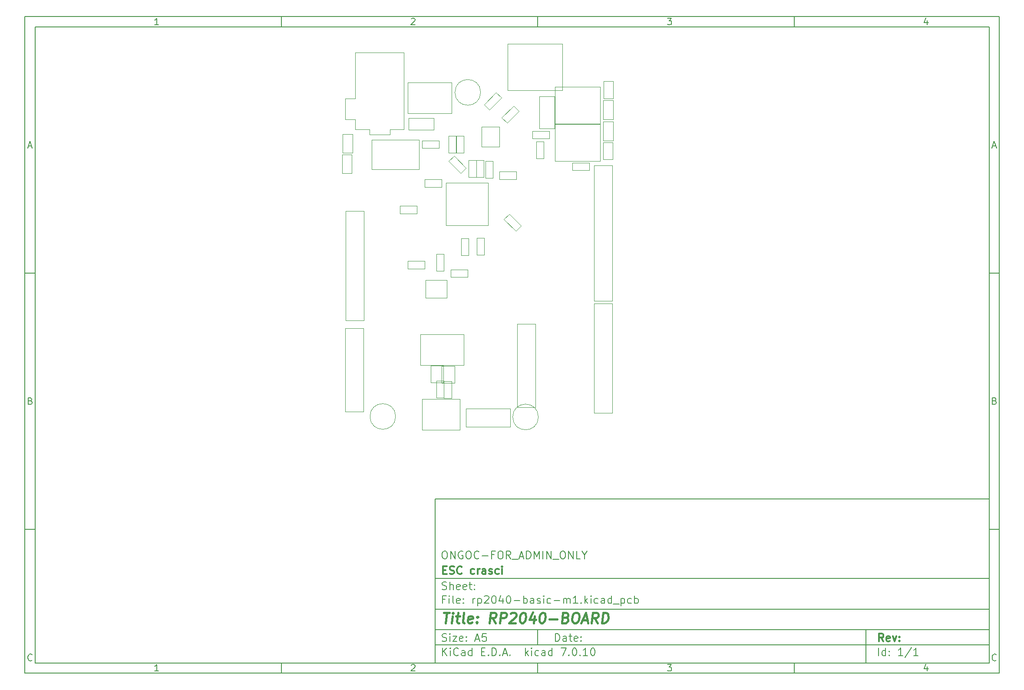
<source format=gbr>
%TF.GenerationSoftware,KiCad,Pcbnew,7.0.10*%
%TF.CreationDate,2024-01-28T16:32:01+05:30*%
%TF.ProjectId,rp2040-basic-m1,72703230-3430-42d6-9261-7369632d6d31,rev?*%
%TF.SameCoordinates,Original*%
%TF.FileFunction,Other,User*%
%FSLAX46Y46*%
G04 Gerber Fmt 4.6, Leading zero omitted, Abs format (unit mm)*
G04 Created by KiCad (PCBNEW 7.0.10) date 2024-01-28 16:32:01*
%MOMM*%
%LPD*%
G01*
G04 APERTURE LIST*
%ADD10C,0.100000*%
%ADD11C,0.150000*%
%ADD12C,0.300000*%
%ADD13C,0.400000*%
%ADD14C,0.050000*%
G04 APERTURE END LIST*
D10*
D11*
X90007200Y-104005800D02*
X198007200Y-104005800D01*
X198007200Y-136005800D01*
X90007200Y-136005800D01*
X90007200Y-104005800D01*
D10*
D11*
X10000000Y-10000000D02*
X200007200Y-10000000D01*
X200007200Y-138005800D01*
X10000000Y-138005800D01*
X10000000Y-10000000D01*
D10*
D11*
X12000000Y-12000000D02*
X198007200Y-12000000D01*
X198007200Y-136005800D01*
X12000000Y-136005800D01*
X12000000Y-12000000D01*
D10*
D11*
X60000000Y-12000000D02*
X60000000Y-10000000D01*
D10*
D11*
X110000000Y-12000000D02*
X110000000Y-10000000D01*
D10*
D11*
X160000000Y-12000000D02*
X160000000Y-10000000D01*
D10*
D11*
X36089160Y-11593604D02*
X35346303Y-11593604D01*
X35717731Y-11593604D02*
X35717731Y-10293604D01*
X35717731Y-10293604D02*
X35593922Y-10479319D01*
X35593922Y-10479319D02*
X35470112Y-10603128D01*
X35470112Y-10603128D02*
X35346303Y-10665033D01*
D10*
D11*
X85346303Y-10417414D02*
X85408207Y-10355509D01*
X85408207Y-10355509D02*
X85532017Y-10293604D01*
X85532017Y-10293604D02*
X85841541Y-10293604D01*
X85841541Y-10293604D02*
X85965350Y-10355509D01*
X85965350Y-10355509D02*
X86027255Y-10417414D01*
X86027255Y-10417414D02*
X86089160Y-10541223D01*
X86089160Y-10541223D02*
X86089160Y-10665033D01*
X86089160Y-10665033D02*
X86027255Y-10850747D01*
X86027255Y-10850747D02*
X85284398Y-11593604D01*
X85284398Y-11593604D02*
X86089160Y-11593604D01*
D10*
D11*
X135284398Y-10293604D02*
X136089160Y-10293604D01*
X136089160Y-10293604D02*
X135655826Y-10788842D01*
X135655826Y-10788842D02*
X135841541Y-10788842D01*
X135841541Y-10788842D02*
X135965350Y-10850747D01*
X135965350Y-10850747D02*
X136027255Y-10912652D01*
X136027255Y-10912652D02*
X136089160Y-11036461D01*
X136089160Y-11036461D02*
X136089160Y-11345985D01*
X136089160Y-11345985D02*
X136027255Y-11469795D01*
X136027255Y-11469795D02*
X135965350Y-11531700D01*
X135965350Y-11531700D02*
X135841541Y-11593604D01*
X135841541Y-11593604D02*
X135470112Y-11593604D01*
X135470112Y-11593604D02*
X135346303Y-11531700D01*
X135346303Y-11531700D02*
X135284398Y-11469795D01*
D10*
D11*
X185965350Y-10726938D02*
X185965350Y-11593604D01*
X185655826Y-10231700D02*
X185346303Y-11160271D01*
X185346303Y-11160271D02*
X186151064Y-11160271D01*
D10*
D11*
X60000000Y-136005800D02*
X60000000Y-138005800D01*
D10*
D11*
X110000000Y-136005800D02*
X110000000Y-138005800D01*
D10*
D11*
X160000000Y-136005800D02*
X160000000Y-138005800D01*
D10*
D11*
X36089160Y-137599404D02*
X35346303Y-137599404D01*
X35717731Y-137599404D02*
X35717731Y-136299404D01*
X35717731Y-136299404D02*
X35593922Y-136485119D01*
X35593922Y-136485119D02*
X35470112Y-136608928D01*
X35470112Y-136608928D02*
X35346303Y-136670833D01*
D10*
D11*
X85346303Y-136423214D02*
X85408207Y-136361309D01*
X85408207Y-136361309D02*
X85532017Y-136299404D01*
X85532017Y-136299404D02*
X85841541Y-136299404D01*
X85841541Y-136299404D02*
X85965350Y-136361309D01*
X85965350Y-136361309D02*
X86027255Y-136423214D01*
X86027255Y-136423214D02*
X86089160Y-136547023D01*
X86089160Y-136547023D02*
X86089160Y-136670833D01*
X86089160Y-136670833D02*
X86027255Y-136856547D01*
X86027255Y-136856547D02*
X85284398Y-137599404D01*
X85284398Y-137599404D02*
X86089160Y-137599404D01*
D10*
D11*
X135284398Y-136299404D02*
X136089160Y-136299404D01*
X136089160Y-136299404D02*
X135655826Y-136794642D01*
X135655826Y-136794642D02*
X135841541Y-136794642D01*
X135841541Y-136794642D02*
X135965350Y-136856547D01*
X135965350Y-136856547D02*
X136027255Y-136918452D01*
X136027255Y-136918452D02*
X136089160Y-137042261D01*
X136089160Y-137042261D02*
X136089160Y-137351785D01*
X136089160Y-137351785D02*
X136027255Y-137475595D01*
X136027255Y-137475595D02*
X135965350Y-137537500D01*
X135965350Y-137537500D02*
X135841541Y-137599404D01*
X135841541Y-137599404D02*
X135470112Y-137599404D01*
X135470112Y-137599404D02*
X135346303Y-137537500D01*
X135346303Y-137537500D02*
X135284398Y-137475595D01*
D10*
D11*
X185965350Y-136732738D02*
X185965350Y-137599404D01*
X185655826Y-136237500D02*
X185346303Y-137166071D01*
X185346303Y-137166071D02*
X186151064Y-137166071D01*
D10*
D11*
X10000000Y-60000000D02*
X12000000Y-60000000D01*
D10*
D11*
X10000000Y-110000000D02*
X12000000Y-110000000D01*
D10*
D11*
X10690476Y-35222176D02*
X11309523Y-35222176D01*
X10566666Y-35593604D02*
X10999999Y-34293604D01*
X10999999Y-34293604D02*
X11433333Y-35593604D01*
D10*
D11*
X11092857Y-84912652D02*
X11278571Y-84974557D01*
X11278571Y-84974557D02*
X11340476Y-85036461D01*
X11340476Y-85036461D02*
X11402380Y-85160271D01*
X11402380Y-85160271D02*
X11402380Y-85345985D01*
X11402380Y-85345985D02*
X11340476Y-85469795D01*
X11340476Y-85469795D02*
X11278571Y-85531700D01*
X11278571Y-85531700D02*
X11154761Y-85593604D01*
X11154761Y-85593604D02*
X10659523Y-85593604D01*
X10659523Y-85593604D02*
X10659523Y-84293604D01*
X10659523Y-84293604D02*
X11092857Y-84293604D01*
X11092857Y-84293604D02*
X11216666Y-84355509D01*
X11216666Y-84355509D02*
X11278571Y-84417414D01*
X11278571Y-84417414D02*
X11340476Y-84541223D01*
X11340476Y-84541223D02*
X11340476Y-84665033D01*
X11340476Y-84665033D02*
X11278571Y-84788842D01*
X11278571Y-84788842D02*
X11216666Y-84850747D01*
X11216666Y-84850747D02*
X11092857Y-84912652D01*
X11092857Y-84912652D02*
X10659523Y-84912652D01*
D10*
D11*
X11402380Y-135469795D02*
X11340476Y-135531700D01*
X11340476Y-135531700D02*
X11154761Y-135593604D01*
X11154761Y-135593604D02*
X11030952Y-135593604D01*
X11030952Y-135593604D02*
X10845238Y-135531700D01*
X10845238Y-135531700D02*
X10721428Y-135407890D01*
X10721428Y-135407890D02*
X10659523Y-135284080D01*
X10659523Y-135284080D02*
X10597619Y-135036461D01*
X10597619Y-135036461D02*
X10597619Y-134850747D01*
X10597619Y-134850747D02*
X10659523Y-134603128D01*
X10659523Y-134603128D02*
X10721428Y-134479319D01*
X10721428Y-134479319D02*
X10845238Y-134355509D01*
X10845238Y-134355509D02*
X11030952Y-134293604D01*
X11030952Y-134293604D02*
X11154761Y-134293604D01*
X11154761Y-134293604D02*
X11340476Y-134355509D01*
X11340476Y-134355509D02*
X11402380Y-134417414D01*
D10*
D11*
X200007200Y-60000000D02*
X198007200Y-60000000D01*
D10*
D11*
X200007200Y-110000000D02*
X198007200Y-110000000D01*
D10*
D11*
X198697676Y-35222176D02*
X199316723Y-35222176D01*
X198573866Y-35593604D02*
X199007199Y-34293604D01*
X199007199Y-34293604D02*
X199440533Y-35593604D01*
D10*
D11*
X199100057Y-84912652D02*
X199285771Y-84974557D01*
X199285771Y-84974557D02*
X199347676Y-85036461D01*
X199347676Y-85036461D02*
X199409580Y-85160271D01*
X199409580Y-85160271D02*
X199409580Y-85345985D01*
X199409580Y-85345985D02*
X199347676Y-85469795D01*
X199347676Y-85469795D02*
X199285771Y-85531700D01*
X199285771Y-85531700D02*
X199161961Y-85593604D01*
X199161961Y-85593604D02*
X198666723Y-85593604D01*
X198666723Y-85593604D02*
X198666723Y-84293604D01*
X198666723Y-84293604D02*
X199100057Y-84293604D01*
X199100057Y-84293604D02*
X199223866Y-84355509D01*
X199223866Y-84355509D02*
X199285771Y-84417414D01*
X199285771Y-84417414D02*
X199347676Y-84541223D01*
X199347676Y-84541223D02*
X199347676Y-84665033D01*
X199347676Y-84665033D02*
X199285771Y-84788842D01*
X199285771Y-84788842D02*
X199223866Y-84850747D01*
X199223866Y-84850747D02*
X199100057Y-84912652D01*
X199100057Y-84912652D02*
X198666723Y-84912652D01*
D10*
D11*
X199409580Y-135469795D02*
X199347676Y-135531700D01*
X199347676Y-135531700D02*
X199161961Y-135593604D01*
X199161961Y-135593604D02*
X199038152Y-135593604D01*
X199038152Y-135593604D02*
X198852438Y-135531700D01*
X198852438Y-135531700D02*
X198728628Y-135407890D01*
X198728628Y-135407890D02*
X198666723Y-135284080D01*
X198666723Y-135284080D02*
X198604819Y-135036461D01*
X198604819Y-135036461D02*
X198604819Y-134850747D01*
X198604819Y-134850747D02*
X198666723Y-134603128D01*
X198666723Y-134603128D02*
X198728628Y-134479319D01*
X198728628Y-134479319D02*
X198852438Y-134355509D01*
X198852438Y-134355509D02*
X199038152Y-134293604D01*
X199038152Y-134293604D02*
X199161961Y-134293604D01*
X199161961Y-134293604D02*
X199347676Y-134355509D01*
X199347676Y-134355509D02*
X199409580Y-134417414D01*
D10*
D11*
X113463026Y-131791928D02*
X113463026Y-130291928D01*
X113463026Y-130291928D02*
X113820169Y-130291928D01*
X113820169Y-130291928D02*
X114034455Y-130363357D01*
X114034455Y-130363357D02*
X114177312Y-130506214D01*
X114177312Y-130506214D02*
X114248741Y-130649071D01*
X114248741Y-130649071D02*
X114320169Y-130934785D01*
X114320169Y-130934785D02*
X114320169Y-131149071D01*
X114320169Y-131149071D02*
X114248741Y-131434785D01*
X114248741Y-131434785D02*
X114177312Y-131577642D01*
X114177312Y-131577642D02*
X114034455Y-131720500D01*
X114034455Y-131720500D02*
X113820169Y-131791928D01*
X113820169Y-131791928D02*
X113463026Y-131791928D01*
X115605884Y-131791928D02*
X115605884Y-131006214D01*
X115605884Y-131006214D02*
X115534455Y-130863357D01*
X115534455Y-130863357D02*
X115391598Y-130791928D01*
X115391598Y-130791928D02*
X115105884Y-130791928D01*
X115105884Y-130791928D02*
X114963026Y-130863357D01*
X115605884Y-131720500D02*
X115463026Y-131791928D01*
X115463026Y-131791928D02*
X115105884Y-131791928D01*
X115105884Y-131791928D02*
X114963026Y-131720500D01*
X114963026Y-131720500D02*
X114891598Y-131577642D01*
X114891598Y-131577642D02*
X114891598Y-131434785D01*
X114891598Y-131434785D02*
X114963026Y-131291928D01*
X114963026Y-131291928D02*
X115105884Y-131220500D01*
X115105884Y-131220500D02*
X115463026Y-131220500D01*
X115463026Y-131220500D02*
X115605884Y-131149071D01*
X116105884Y-130791928D02*
X116677312Y-130791928D01*
X116320169Y-130291928D02*
X116320169Y-131577642D01*
X116320169Y-131577642D02*
X116391598Y-131720500D01*
X116391598Y-131720500D02*
X116534455Y-131791928D01*
X116534455Y-131791928D02*
X116677312Y-131791928D01*
X117748741Y-131720500D02*
X117605884Y-131791928D01*
X117605884Y-131791928D02*
X117320170Y-131791928D01*
X117320170Y-131791928D02*
X117177312Y-131720500D01*
X117177312Y-131720500D02*
X117105884Y-131577642D01*
X117105884Y-131577642D02*
X117105884Y-131006214D01*
X117105884Y-131006214D02*
X117177312Y-130863357D01*
X117177312Y-130863357D02*
X117320170Y-130791928D01*
X117320170Y-130791928D02*
X117605884Y-130791928D01*
X117605884Y-130791928D02*
X117748741Y-130863357D01*
X117748741Y-130863357D02*
X117820170Y-131006214D01*
X117820170Y-131006214D02*
X117820170Y-131149071D01*
X117820170Y-131149071D02*
X117105884Y-131291928D01*
X118463026Y-131649071D02*
X118534455Y-131720500D01*
X118534455Y-131720500D02*
X118463026Y-131791928D01*
X118463026Y-131791928D02*
X118391598Y-131720500D01*
X118391598Y-131720500D02*
X118463026Y-131649071D01*
X118463026Y-131649071D02*
X118463026Y-131791928D01*
X118463026Y-130863357D02*
X118534455Y-130934785D01*
X118534455Y-130934785D02*
X118463026Y-131006214D01*
X118463026Y-131006214D02*
X118391598Y-130934785D01*
X118391598Y-130934785D02*
X118463026Y-130863357D01*
X118463026Y-130863357D02*
X118463026Y-131006214D01*
D10*
D11*
X90007200Y-132505800D02*
X198007200Y-132505800D01*
D10*
D11*
X91463026Y-134591928D02*
X91463026Y-133091928D01*
X92320169Y-134591928D02*
X91677312Y-133734785D01*
X92320169Y-133091928D02*
X91463026Y-133949071D01*
X92963026Y-134591928D02*
X92963026Y-133591928D01*
X92963026Y-133091928D02*
X92891598Y-133163357D01*
X92891598Y-133163357D02*
X92963026Y-133234785D01*
X92963026Y-133234785D02*
X93034455Y-133163357D01*
X93034455Y-133163357D02*
X92963026Y-133091928D01*
X92963026Y-133091928D02*
X92963026Y-133234785D01*
X94534455Y-134449071D02*
X94463027Y-134520500D01*
X94463027Y-134520500D02*
X94248741Y-134591928D01*
X94248741Y-134591928D02*
X94105884Y-134591928D01*
X94105884Y-134591928D02*
X93891598Y-134520500D01*
X93891598Y-134520500D02*
X93748741Y-134377642D01*
X93748741Y-134377642D02*
X93677312Y-134234785D01*
X93677312Y-134234785D02*
X93605884Y-133949071D01*
X93605884Y-133949071D02*
X93605884Y-133734785D01*
X93605884Y-133734785D02*
X93677312Y-133449071D01*
X93677312Y-133449071D02*
X93748741Y-133306214D01*
X93748741Y-133306214D02*
X93891598Y-133163357D01*
X93891598Y-133163357D02*
X94105884Y-133091928D01*
X94105884Y-133091928D02*
X94248741Y-133091928D01*
X94248741Y-133091928D02*
X94463027Y-133163357D01*
X94463027Y-133163357D02*
X94534455Y-133234785D01*
X95820170Y-134591928D02*
X95820170Y-133806214D01*
X95820170Y-133806214D02*
X95748741Y-133663357D01*
X95748741Y-133663357D02*
X95605884Y-133591928D01*
X95605884Y-133591928D02*
X95320170Y-133591928D01*
X95320170Y-133591928D02*
X95177312Y-133663357D01*
X95820170Y-134520500D02*
X95677312Y-134591928D01*
X95677312Y-134591928D02*
X95320170Y-134591928D01*
X95320170Y-134591928D02*
X95177312Y-134520500D01*
X95177312Y-134520500D02*
X95105884Y-134377642D01*
X95105884Y-134377642D02*
X95105884Y-134234785D01*
X95105884Y-134234785D02*
X95177312Y-134091928D01*
X95177312Y-134091928D02*
X95320170Y-134020500D01*
X95320170Y-134020500D02*
X95677312Y-134020500D01*
X95677312Y-134020500D02*
X95820170Y-133949071D01*
X97177313Y-134591928D02*
X97177313Y-133091928D01*
X97177313Y-134520500D02*
X97034455Y-134591928D01*
X97034455Y-134591928D02*
X96748741Y-134591928D01*
X96748741Y-134591928D02*
X96605884Y-134520500D01*
X96605884Y-134520500D02*
X96534455Y-134449071D01*
X96534455Y-134449071D02*
X96463027Y-134306214D01*
X96463027Y-134306214D02*
X96463027Y-133877642D01*
X96463027Y-133877642D02*
X96534455Y-133734785D01*
X96534455Y-133734785D02*
X96605884Y-133663357D01*
X96605884Y-133663357D02*
X96748741Y-133591928D01*
X96748741Y-133591928D02*
X97034455Y-133591928D01*
X97034455Y-133591928D02*
X97177313Y-133663357D01*
X99034455Y-133806214D02*
X99534455Y-133806214D01*
X99748741Y-134591928D02*
X99034455Y-134591928D01*
X99034455Y-134591928D02*
X99034455Y-133091928D01*
X99034455Y-133091928D02*
X99748741Y-133091928D01*
X100391598Y-134449071D02*
X100463027Y-134520500D01*
X100463027Y-134520500D02*
X100391598Y-134591928D01*
X100391598Y-134591928D02*
X100320170Y-134520500D01*
X100320170Y-134520500D02*
X100391598Y-134449071D01*
X100391598Y-134449071D02*
X100391598Y-134591928D01*
X101105884Y-134591928D02*
X101105884Y-133091928D01*
X101105884Y-133091928D02*
X101463027Y-133091928D01*
X101463027Y-133091928D02*
X101677313Y-133163357D01*
X101677313Y-133163357D02*
X101820170Y-133306214D01*
X101820170Y-133306214D02*
X101891599Y-133449071D01*
X101891599Y-133449071D02*
X101963027Y-133734785D01*
X101963027Y-133734785D02*
X101963027Y-133949071D01*
X101963027Y-133949071D02*
X101891599Y-134234785D01*
X101891599Y-134234785D02*
X101820170Y-134377642D01*
X101820170Y-134377642D02*
X101677313Y-134520500D01*
X101677313Y-134520500D02*
X101463027Y-134591928D01*
X101463027Y-134591928D02*
X101105884Y-134591928D01*
X102605884Y-134449071D02*
X102677313Y-134520500D01*
X102677313Y-134520500D02*
X102605884Y-134591928D01*
X102605884Y-134591928D02*
X102534456Y-134520500D01*
X102534456Y-134520500D02*
X102605884Y-134449071D01*
X102605884Y-134449071D02*
X102605884Y-134591928D01*
X103248742Y-134163357D02*
X103963028Y-134163357D01*
X103105885Y-134591928D02*
X103605885Y-133091928D01*
X103605885Y-133091928D02*
X104105885Y-134591928D01*
X104605884Y-134449071D02*
X104677313Y-134520500D01*
X104677313Y-134520500D02*
X104605884Y-134591928D01*
X104605884Y-134591928D02*
X104534456Y-134520500D01*
X104534456Y-134520500D02*
X104605884Y-134449071D01*
X104605884Y-134449071D02*
X104605884Y-134591928D01*
X107605884Y-134591928D02*
X107605884Y-133091928D01*
X107748742Y-134020500D02*
X108177313Y-134591928D01*
X108177313Y-133591928D02*
X107605884Y-134163357D01*
X108820170Y-134591928D02*
X108820170Y-133591928D01*
X108820170Y-133091928D02*
X108748742Y-133163357D01*
X108748742Y-133163357D02*
X108820170Y-133234785D01*
X108820170Y-133234785D02*
X108891599Y-133163357D01*
X108891599Y-133163357D02*
X108820170Y-133091928D01*
X108820170Y-133091928D02*
X108820170Y-133234785D01*
X110177314Y-134520500D02*
X110034456Y-134591928D01*
X110034456Y-134591928D02*
X109748742Y-134591928D01*
X109748742Y-134591928D02*
X109605885Y-134520500D01*
X109605885Y-134520500D02*
X109534456Y-134449071D01*
X109534456Y-134449071D02*
X109463028Y-134306214D01*
X109463028Y-134306214D02*
X109463028Y-133877642D01*
X109463028Y-133877642D02*
X109534456Y-133734785D01*
X109534456Y-133734785D02*
X109605885Y-133663357D01*
X109605885Y-133663357D02*
X109748742Y-133591928D01*
X109748742Y-133591928D02*
X110034456Y-133591928D01*
X110034456Y-133591928D02*
X110177314Y-133663357D01*
X111463028Y-134591928D02*
X111463028Y-133806214D01*
X111463028Y-133806214D02*
X111391599Y-133663357D01*
X111391599Y-133663357D02*
X111248742Y-133591928D01*
X111248742Y-133591928D02*
X110963028Y-133591928D01*
X110963028Y-133591928D02*
X110820170Y-133663357D01*
X111463028Y-134520500D02*
X111320170Y-134591928D01*
X111320170Y-134591928D02*
X110963028Y-134591928D01*
X110963028Y-134591928D02*
X110820170Y-134520500D01*
X110820170Y-134520500D02*
X110748742Y-134377642D01*
X110748742Y-134377642D02*
X110748742Y-134234785D01*
X110748742Y-134234785D02*
X110820170Y-134091928D01*
X110820170Y-134091928D02*
X110963028Y-134020500D01*
X110963028Y-134020500D02*
X111320170Y-134020500D01*
X111320170Y-134020500D02*
X111463028Y-133949071D01*
X112820171Y-134591928D02*
X112820171Y-133091928D01*
X112820171Y-134520500D02*
X112677313Y-134591928D01*
X112677313Y-134591928D02*
X112391599Y-134591928D01*
X112391599Y-134591928D02*
X112248742Y-134520500D01*
X112248742Y-134520500D02*
X112177313Y-134449071D01*
X112177313Y-134449071D02*
X112105885Y-134306214D01*
X112105885Y-134306214D02*
X112105885Y-133877642D01*
X112105885Y-133877642D02*
X112177313Y-133734785D01*
X112177313Y-133734785D02*
X112248742Y-133663357D01*
X112248742Y-133663357D02*
X112391599Y-133591928D01*
X112391599Y-133591928D02*
X112677313Y-133591928D01*
X112677313Y-133591928D02*
X112820171Y-133663357D01*
X114534456Y-133091928D02*
X115534456Y-133091928D01*
X115534456Y-133091928D02*
X114891599Y-134591928D01*
X116105884Y-134449071D02*
X116177313Y-134520500D01*
X116177313Y-134520500D02*
X116105884Y-134591928D01*
X116105884Y-134591928D02*
X116034456Y-134520500D01*
X116034456Y-134520500D02*
X116105884Y-134449071D01*
X116105884Y-134449071D02*
X116105884Y-134591928D01*
X117105885Y-133091928D02*
X117248742Y-133091928D01*
X117248742Y-133091928D02*
X117391599Y-133163357D01*
X117391599Y-133163357D02*
X117463028Y-133234785D01*
X117463028Y-133234785D02*
X117534456Y-133377642D01*
X117534456Y-133377642D02*
X117605885Y-133663357D01*
X117605885Y-133663357D02*
X117605885Y-134020500D01*
X117605885Y-134020500D02*
X117534456Y-134306214D01*
X117534456Y-134306214D02*
X117463028Y-134449071D01*
X117463028Y-134449071D02*
X117391599Y-134520500D01*
X117391599Y-134520500D02*
X117248742Y-134591928D01*
X117248742Y-134591928D02*
X117105885Y-134591928D01*
X117105885Y-134591928D02*
X116963028Y-134520500D01*
X116963028Y-134520500D02*
X116891599Y-134449071D01*
X116891599Y-134449071D02*
X116820170Y-134306214D01*
X116820170Y-134306214D02*
X116748742Y-134020500D01*
X116748742Y-134020500D02*
X116748742Y-133663357D01*
X116748742Y-133663357D02*
X116820170Y-133377642D01*
X116820170Y-133377642D02*
X116891599Y-133234785D01*
X116891599Y-133234785D02*
X116963028Y-133163357D01*
X116963028Y-133163357D02*
X117105885Y-133091928D01*
X118248741Y-134449071D02*
X118320170Y-134520500D01*
X118320170Y-134520500D02*
X118248741Y-134591928D01*
X118248741Y-134591928D02*
X118177313Y-134520500D01*
X118177313Y-134520500D02*
X118248741Y-134449071D01*
X118248741Y-134449071D02*
X118248741Y-134591928D01*
X119748742Y-134591928D02*
X118891599Y-134591928D01*
X119320170Y-134591928D02*
X119320170Y-133091928D01*
X119320170Y-133091928D02*
X119177313Y-133306214D01*
X119177313Y-133306214D02*
X119034456Y-133449071D01*
X119034456Y-133449071D02*
X118891599Y-133520500D01*
X120677313Y-133091928D02*
X120820170Y-133091928D01*
X120820170Y-133091928D02*
X120963027Y-133163357D01*
X120963027Y-133163357D02*
X121034456Y-133234785D01*
X121034456Y-133234785D02*
X121105884Y-133377642D01*
X121105884Y-133377642D02*
X121177313Y-133663357D01*
X121177313Y-133663357D02*
X121177313Y-134020500D01*
X121177313Y-134020500D02*
X121105884Y-134306214D01*
X121105884Y-134306214D02*
X121034456Y-134449071D01*
X121034456Y-134449071D02*
X120963027Y-134520500D01*
X120963027Y-134520500D02*
X120820170Y-134591928D01*
X120820170Y-134591928D02*
X120677313Y-134591928D01*
X120677313Y-134591928D02*
X120534456Y-134520500D01*
X120534456Y-134520500D02*
X120463027Y-134449071D01*
X120463027Y-134449071D02*
X120391598Y-134306214D01*
X120391598Y-134306214D02*
X120320170Y-134020500D01*
X120320170Y-134020500D02*
X120320170Y-133663357D01*
X120320170Y-133663357D02*
X120391598Y-133377642D01*
X120391598Y-133377642D02*
X120463027Y-133234785D01*
X120463027Y-133234785D02*
X120534456Y-133163357D01*
X120534456Y-133163357D02*
X120677313Y-133091928D01*
D10*
D11*
X90007200Y-129505800D02*
X198007200Y-129505800D01*
D10*
D12*
X177418853Y-131784128D02*
X176918853Y-131069842D01*
X176561710Y-131784128D02*
X176561710Y-130284128D01*
X176561710Y-130284128D02*
X177133139Y-130284128D01*
X177133139Y-130284128D02*
X177275996Y-130355557D01*
X177275996Y-130355557D02*
X177347425Y-130426985D01*
X177347425Y-130426985D02*
X177418853Y-130569842D01*
X177418853Y-130569842D02*
X177418853Y-130784128D01*
X177418853Y-130784128D02*
X177347425Y-130926985D01*
X177347425Y-130926985D02*
X177275996Y-130998414D01*
X177275996Y-130998414D02*
X177133139Y-131069842D01*
X177133139Y-131069842D02*
X176561710Y-131069842D01*
X178633139Y-131712700D02*
X178490282Y-131784128D01*
X178490282Y-131784128D02*
X178204568Y-131784128D01*
X178204568Y-131784128D02*
X178061710Y-131712700D01*
X178061710Y-131712700D02*
X177990282Y-131569842D01*
X177990282Y-131569842D02*
X177990282Y-130998414D01*
X177990282Y-130998414D02*
X178061710Y-130855557D01*
X178061710Y-130855557D02*
X178204568Y-130784128D01*
X178204568Y-130784128D02*
X178490282Y-130784128D01*
X178490282Y-130784128D02*
X178633139Y-130855557D01*
X178633139Y-130855557D02*
X178704568Y-130998414D01*
X178704568Y-130998414D02*
X178704568Y-131141271D01*
X178704568Y-131141271D02*
X177990282Y-131284128D01*
X179204567Y-130784128D02*
X179561710Y-131784128D01*
X179561710Y-131784128D02*
X179918853Y-130784128D01*
X180490281Y-131641271D02*
X180561710Y-131712700D01*
X180561710Y-131712700D02*
X180490281Y-131784128D01*
X180490281Y-131784128D02*
X180418853Y-131712700D01*
X180418853Y-131712700D02*
X180490281Y-131641271D01*
X180490281Y-131641271D02*
X180490281Y-131784128D01*
X180490281Y-130855557D02*
X180561710Y-130926985D01*
X180561710Y-130926985D02*
X180490281Y-130998414D01*
X180490281Y-130998414D02*
X180418853Y-130926985D01*
X180418853Y-130926985D02*
X180490281Y-130855557D01*
X180490281Y-130855557D02*
X180490281Y-130998414D01*
D10*
D11*
X91391598Y-131720500D02*
X91605884Y-131791928D01*
X91605884Y-131791928D02*
X91963026Y-131791928D01*
X91963026Y-131791928D02*
X92105884Y-131720500D01*
X92105884Y-131720500D02*
X92177312Y-131649071D01*
X92177312Y-131649071D02*
X92248741Y-131506214D01*
X92248741Y-131506214D02*
X92248741Y-131363357D01*
X92248741Y-131363357D02*
X92177312Y-131220500D01*
X92177312Y-131220500D02*
X92105884Y-131149071D01*
X92105884Y-131149071D02*
X91963026Y-131077642D01*
X91963026Y-131077642D02*
X91677312Y-131006214D01*
X91677312Y-131006214D02*
X91534455Y-130934785D01*
X91534455Y-130934785D02*
X91463026Y-130863357D01*
X91463026Y-130863357D02*
X91391598Y-130720500D01*
X91391598Y-130720500D02*
X91391598Y-130577642D01*
X91391598Y-130577642D02*
X91463026Y-130434785D01*
X91463026Y-130434785D02*
X91534455Y-130363357D01*
X91534455Y-130363357D02*
X91677312Y-130291928D01*
X91677312Y-130291928D02*
X92034455Y-130291928D01*
X92034455Y-130291928D02*
X92248741Y-130363357D01*
X92891597Y-131791928D02*
X92891597Y-130791928D01*
X92891597Y-130291928D02*
X92820169Y-130363357D01*
X92820169Y-130363357D02*
X92891597Y-130434785D01*
X92891597Y-130434785D02*
X92963026Y-130363357D01*
X92963026Y-130363357D02*
X92891597Y-130291928D01*
X92891597Y-130291928D02*
X92891597Y-130434785D01*
X93463026Y-130791928D02*
X94248741Y-130791928D01*
X94248741Y-130791928D02*
X93463026Y-131791928D01*
X93463026Y-131791928D02*
X94248741Y-131791928D01*
X95391598Y-131720500D02*
X95248741Y-131791928D01*
X95248741Y-131791928D02*
X94963027Y-131791928D01*
X94963027Y-131791928D02*
X94820169Y-131720500D01*
X94820169Y-131720500D02*
X94748741Y-131577642D01*
X94748741Y-131577642D02*
X94748741Y-131006214D01*
X94748741Y-131006214D02*
X94820169Y-130863357D01*
X94820169Y-130863357D02*
X94963027Y-130791928D01*
X94963027Y-130791928D02*
X95248741Y-130791928D01*
X95248741Y-130791928D02*
X95391598Y-130863357D01*
X95391598Y-130863357D02*
X95463027Y-131006214D01*
X95463027Y-131006214D02*
X95463027Y-131149071D01*
X95463027Y-131149071D02*
X94748741Y-131291928D01*
X96105883Y-131649071D02*
X96177312Y-131720500D01*
X96177312Y-131720500D02*
X96105883Y-131791928D01*
X96105883Y-131791928D02*
X96034455Y-131720500D01*
X96034455Y-131720500D02*
X96105883Y-131649071D01*
X96105883Y-131649071D02*
X96105883Y-131791928D01*
X96105883Y-130863357D02*
X96177312Y-130934785D01*
X96177312Y-130934785D02*
X96105883Y-131006214D01*
X96105883Y-131006214D02*
X96034455Y-130934785D01*
X96034455Y-130934785D02*
X96105883Y-130863357D01*
X96105883Y-130863357D02*
X96105883Y-131006214D01*
X97891598Y-131363357D02*
X98605884Y-131363357D01*
X97748741Y-131791928D02*
X98248741Y-130291928D01*
X98248741Y-130291928D02*
X98748741Y-131791928D01*
X99963026Y-130291928D02*
X99248740Y-130291928D01*
X99248740Y-130291928D02*
X99177312Y-131006214D01*
X99177312Y-131006214D02*
X99248740Y-130934785D01*
X99248740Y-130934785D02*
X99391598Y-130863357D01*
X99391598Y-130863357D02*
X99748740Y-130863357D01*
X99748740Y-130863357D02*
X99891598Y-130934785D01*
X99891598Y-130934785D02*
X99963026Y-131006214D01*
X99963026Y-131006214D02*
X100034455Y-131149071D01*
X100034455Y-131149071D02*
X100034455Y-131506214D01*
X100034455Y-131506214D02*
X99963026Y-131649071D01*
X99963026Y-131649071D02*
X99891598Y-131720500D01*
X99891598Y-131720500D02*
X99748740Y-131791928D01*
X99748740Y-131791928D02*
X99391598Y-131791928D01*
X99391598Y-131791928D02*
X99248740Y-131720500D01*
X99248740Y-131720500D02*
X99177312Y-131649071D01*
D10*
D11*
X176463026Y-134591928D02*
X176463026Y-133091928D01*
X177820170Y-134591928D02*
X177820170Y-133091928D01*
X177820170Y-134520500D02*
X177677312Y-134591928D01*
X177677312Y-134591928D02*
X177391598Y-134591928D01*
X177391598Y-134591928D02*
X177248741Y-134520500D01*
X177248741Y-134520500D02*
X177177312Y-134449071D01*
X177177312Y-134449071D02*
X177105884Y-134306214D01*
X177105884Y-134306214D02*
X177105884Y-133877642D01*
X177105884Y-133877642D02*
X177177312Y-133734785D01*
X177177312Y-133734785D02*
X177248741Y-133663357D01*
X177248741Y-133663357D02*
X177391598Y-133591928D01*
X177391598Y-133591928D02*
X177677312Y-133591928D01*
X177677312Y-133591928D02*
X177820170Y-133663357D01*
X178534455Y-134449071D02*
X178605884Y-134520500D01*
X178605884Y-134520500D02*
X178534455Y-134591928D01*
X178534455Y-134591928D02*
X178463027Y-134520500D01*
X178463027Y-134520500D02*
X178534455Y-134449071D01*
X178534455Y-134449071D02*
X178534455Y-134591928D01*
X178534455Y-133663357D02*
X178605884Y-133734785D01*
X178605884Y-133734785D02*
X178534455Y-133806214D01*
X178534455Y-133806214D02*
X178463027Y-133734785D01*
X178463027Y-133734785D02*
X178534455Y-133663357D01*
X178534455Y-133663357D02*
X178534455Y-133806214D01*
X181177313Y-134591928D02*
X180320170Y-134591928D01*
X180748741Y-134591928D02*
X180748741Y-133091928D01*
X180748741Y-133091928D02*
X180605884Y-133306214D01*
X180605884Y-133306214D02*
X180463027Y-133449071D01*
X180463027Y-133449071D02*
X180320170Y-133520500D01*
X182891598Y-133020500D02*
X181605884Y-134949071D01*
X184177313Y-134591928D02*
X183320170Y-134591928D01*
X183748741Y-134591928D02*
X183748741Y-133091928D01*
X183748741Y-133091928D02*
X183605884Y-133306214D01*
X183605884Y-133306214D02*
X183463027Y-133449071D01*
X183463027Y-133449071D02*
X183320170Y-133520500D01*
D10*
D11*
X90007200Y-125505800D02*
X198007200Y-125505800D01*
D10*
D13*
X91698928Y-126210238D02*
X92841785Y-126210238D01*
X92020357Y-128210238D02*
X92270357Y-126210238D01*
X93258452Y-128210238D02*
X93425119Y-126876904D01*
X93508452Y-126210238D02*
X93401309Y-126305476D01*
X93401309Y-126305476D02*
X93484643Y-126400714D01*
X93484643Y-126400714D02*
X93591786Y-126305476D01*
X93591786Y-126305476D02*
X93508452Y-126210238D01*
X93508452Y-126210238D02*
X93484643Y-126400714D01*
X94091786Y-126876904D02*
X94853690Y-126876904D01*
X94460833Y-126210238D02*
X94246548Y-127924523D01*
X94246548Y-127924523D02*
X94317976Y-128115000D01*
X94317976Y-128115000D02*
X94496548Y-128210238D01*
X94496548Y-128210238D02*
X94687024Y-128210238D01*
X95639405Y-128210238D02*
X95460833Y-128115000D01*
X95460833Y-128115000D02*
X95389405Y-127924523D01*
X95389405Y-127924523D02*
X95603690Y-126210238D01*
X97175119Y-128115000D02*
X96972738Y-128210238D01*
X96972738Y-128210238D02*
X96591785Y-128210238D01*
X96591785Y-128210238D02*
X96413214Y-128115000D01*
X96413214Y-128115000D02*
X96341785Y-127924523D01*
X96341785Y-127924523D02*
X96437024Y-127162619D01*
X96437024Y-127162619D02*
X96556071Y-126972142D01*
X96556071Y-126972142D02*
X96758452Y-126876904D01*
X96758452Y-126876904D02*
X97139404Y-126876904D01*
X97139404Y-126876904D02*
X97317976Y-126972142D01*
X97317976Y-126972142D02*
X97389404Y-127162619D01*
X97389404Y-127162619D02*
X97365595Y-127353095D01*
X97365595Y-127353095D02*
X96389404Y-127543571D01*
X98139405Y-128019761D02*
X98222738Y-128115000D01*
X98222738Y-128115000D02*
X98115595Y-128210238D01*
X98115595Y-128210238D02*
X98032262Y-128115000D01*
X98032262Y-128115000D02*
X98139405Y-128019761D01*
X98139405Y-128019761D02*
X98115595Y-128210238D01*
X98270357Y-126972142D02*
X98353690Y-127067380D01*
X98353690Y-127067380D02*
X98246548Y-127162619D01*
X98246548Y-127162619D02*
X98163214Y-127067380D01*
X98163214Y-127067380D02*
X98270357Y-126972142D01*
X98270357Y-126972142D02*
X98246548Y-127162619D01*
X101734643Y-128210238D02*
X101187024Y-127257857D01*
X100591786Y-128210238D02*
X100841786Y-126210238D01*
X100841786Y-126210238D02*
X101603691Y-126210238D01*
X101603691Y-126210238D02*
X101782262Y-126305476D01*
X101782262Y-126305476D02*
X101865596Y-126400714D01*
X101865596Y-126400714D02*
X101937024Y-126591190D01*
X101937024Y-126591190D02*
X101901310Y-126876904D01*
X101901310Y-126876904D02*
X101782262Y-127067380D01*
X101782262Y-127067380D02*
X101675120Y-127162619D01*
X101675120Y-127162619D02*
X101472739Y-127257857D01*
X101472739Y-127257857D02*
X100710834Y-127257857D01*
X102591786Y-128210238D02*
X102841786Y-126210238D01*
X102841786Y-126210238D02*
X103603691Y-126210238D01*
X103603691Y-126210238D02*
X103782262Y-126305476D01*
X103782262Y-126305476D02*
X103865596Y-126400714D01*
X103865596Y-126400714D02*
X103937024Y-126591190D01*
X103937024Y-126591190D02*
X103901310Y-126876904D01*
X103901310Y-126876904D02*
X103782262Y-127067380D01*
X103782262Y-127067380D02*
X103675120Y-127162619D01*
X103675120Y-127162619D02*
X103472739Y-127257857D01*
X103472739Y-127257857D02*
X102710834Y-127257857D01*
X104722739Y-126400714D02*
X104829881Y-126305476D01*
X104829881Y-126305476D02*
X105032262Y-126210238D01*
X105032262Y-126210238D02*
X105508453Y-126210238D01*
X105508453Y-126210238D02*
X105687024Y-126305476D01*
X105687024Y-126305476D02*
X105770358Y-126400714D01*
X105770358Y-126400714D02*
X105841786Y-126591190D01*
X105841786Y-126591190D02*
X105817977Y-126781666D01*
X105817977Y-126781666D02*
X105687024Y-127067380D01*
X105687024Y-127067380D02*
X104401310Y-128210238D01*
X104401310Y-128210238D02*
X105639405Y-128210238D01*
X107127501Y-126210238D02*
X107317977Y-126210238D01*
X107317977Y-126210238D02*
X107496548Y-126305476D01*
X107496548Y-126305476D02*
X107579882Y-126400714D01*
X107579882Y-126400714D02*
X107651310Y-126591190D01*
X107651310Y-126591190D02*
X107698929Y-126972142D01*
X107698929Y-126972142D02*
X107639405Y-127448333D01*
X107639405Y-127448333D02*
X107496548Y-127829285D01*
X107496548Y-127829285D02*
X107377501Y-128019761D01*
X107377501Y-128019761D02*
X107270358Y-128115000D01*
X107270358Y-128115000D02*
X107067977Y-128210238D01*
X107067977Y-128210238D02*
X106877501Y-128210238D01*
X106877501Y-128210238D02*
X106698929Y-128115000D01*
X106698929Y-128115000D02*
X106615596Y-128019761D01*
X106615596Y-128019761D02*
X106544167Y-127829285D01*
X106544167Y-127829285D02*
X106496548Y-127448333D01*
X106496548Y-127448333D02*
X106556072Y-126972142D01*
X106556072Y-126972142D02*
X106698929Y-126591190D01*
X106698929Y-126591190D02*
X106817977Y-126400714D01*
X106817977Y-126400714D02*
X106925120Y-126305476D01*
X106925120Y-126305476D02*
X107127501Y-126210238D01*
X109425120Y-126876904D02*
X109258453Y-128210238D01*
X109044167Y-126115000D02*
X108389405Y-127543571D01*
X108389405Y-127543571D02*
X109627501Y-127543571D01*
X110937025Y-126210238D02*
X111127501Y-126210238D01*
X111127501Y-126210238D02*
X111306072Y-126305476D01*
X111306072Y-126305476D02*
X111389406Y-126400714D01*
X111389406Y-126400714D02*
X111460834Y-126591190D01*
X111460834Y-126591190D02*
X111508453Y-126972142D01*
X111508453Y-126972142D02*
X111448929Y-127448333D01*
X111448929Y-127448333D02*
X111306072Y-127829285D01*
X111306072Y-127829285D02*
X111187025Y-128019761D01*
X111187025Y-128019761D02*
X111079882Y-128115000D01*
X111079882Y-128115000D02*
X110877501Y-128210238D01*
X110877501Y-128210238D02*
X110687025Y-128210238D01*
X110687025Y-128210238D02*
X110508453Y-128115000D01*
X110508453Y-128115000D02*
X110425120Y-128019761D01*
X110425120Y-128019761D02*
X110353691Y-127829285D01*
X110353691Y-127829285D02*
X110306072Y-127448333D01*
X110306072Y-127448333D02*
X110365596Y-126972142D01*
X110365596Y-126972142D02*
X110508453Y-126591190D01*
X110508453Y-126591190D02*
X110627501Y-126400714D01*
X110627501Y-126400714D02*
X110734644Y-126305476D01*
X110734644Y-126305476D02*
X110937025Y-126210238D01*
X112306072Y-127448333D02*
X113829882Y-127448333D01*
X115484643Y-127162619D02*
X115758453Y-127257857D01*
X115758453Y-127257857D02*
X115841786Y-127353095D01*
X115841786Y-127353095D02*
X115913215Y-127543571D01*
X115913215Y-127543571D02*
X115877500Y-127829285D01*
X115877500Y-127829285D02*
X115758453Y-128019761D01*
X115758453Y-128019761D02*
X115651310Y-128115000D01*
X115651310Y-128115000D02*
X115448929Y-128210238D01*
X115448929Y-128210238D02*
X114687024Y-128210238D01*
X114687024Y-128210238D02*
X114937024Y-126210238D01*
X114937024Y-126210238D02*
X115603691Y-126210238D01*
X115603691Y-126210238D02*
X115782262Y-126305476D01*
X115782262Y-126305476D02*
X115865596Y-126400714D01*
X115865596Y-126400714D02*
X115937024Y-126591190D01*
X115937024Y-126591190D02*
X115913215Y-126781666D01*
X115913215Y-126781666D02*
X115794167Y-126972142D01*
X115794167Y-126972142D02*
X115687024Y-127067380D01*
X115687024Y-127067380D02*
X115484643Y-127162619D01*
X115484643Y-127162619D02*
X114817977Y-127162619D01*
X117317977Y-126210238D02*
X117698929Y-126210238D01*
X117698929Y-126210238D02*
X117877500Y-126305476D01*
X117877500Y-126305476D02*
X118044167Y-126495952D01*
X118044167Y-126495952D02*
X118091786Y-126876904D01*
X118091786Y-126876904D02*
X118008453Y-127543571D01*
X118008453Y-127543571D02*
X117865596Y-127924523D01*
X117865596Y-127924523D02*
X117651310Y-128115000D01*
X117651310Y-128115000D02*
X117448929Y-128210238D01*
X117448929Y-128210238D02*
X117067977Y-128210238D01*
X117067977Y-128210238D02*
X116889405Y-128115000D01*
X116889405Y-128115000D02*
X116722739Y-127924523D01*
X116722739Y-127924523D02*
X116675119Y-127543571D01*
X116675119Y-127543571D02*
X116758453Y-126876904D01*
X116758453Y-126876904D02*
X116901310Y-126495952D01*
X116901310Y-126495952D02*
X117115596Y-126305476D01*
X117115596Y-126305476D02*
X117317977Y-126210238D01*
X118758453Y-127638809D02*
X119710834Y-127638809D01*
X118496548Y-128210238D02*
X119413215Y-126210238D01*
X119413215Y-126210238D02*
X119829881Y-128210238D01*
X121639405Y-128210238D02*
X121091786Y-127257857D01*
X120496548Y-128210238D02*
X120746548Y-126210238D01*
X120746548Y-126210238D02*
X121508453Y-126210238D01*
X121508453Y-126210238D02*
X121687024Y-126305476D01*
X121687024Y-126305476D02*
X121770358Y-126400714D01*
X121770358Y-126400714D02*
X121841786Y-126591190D01*
X121841786Y-126591190D02*
X121806072Y-126876904D01*
X121806072Y-126876904D02*
X121687024Y-127067380D01*
X121687024Y-127067380D02*
X121579882Y-127162619D01*
X121579882Y-127162619D02*
X121377501Y-127257857D01*
X121377501Y-127257857D02*
X120615596Y-127257857D01*
X122496548Y-128210238D02*
X122746548Y-126210238D01*
X122746548Y-126210238D02*
X123222739Y-126210238D01*
X123222739Y-126210238D02*
X123496548Y-126305476D01*
X123496548Y-126305476D02*
X123663215Y-126495952D01*
X123663215Y-126495952D02*
X123734643Y-126686428D01*
X123734643Y-126686428D02*
X123782263Y-127067380D01*
X123782263Y-127067380D02*
X123746548Y-127353095D01*
X123746548Y-127353095D02*
X123603691Y-127734047D01*
X123603691Y-127734047D02*
X123484643Y-127924523D01*
X123484643Y-127924523D02*
X123270358Y-128115000D01*
X123270358Y-128115000D02*
X122972739Y-128210238D01*
X122972739Y-128210238D02*
X122496548Y-128210238D01*
D10*
D11*
X91963026Y-123606214D02*
X91463026Y-123606214D01*
X91463026Y-124391928D02*
X91463026Y-122891928D01*
X91463026Y-122891928D02*
X92177312Y-122891928D01*
X92748740Y-124391928D02*
X92748740Y-123391928D01*
X92748740Y-122891928D02*
X92677312Y-122963357D01*
X92677312Y-122963357D02*
X92748740Y-123034785D01*
X92748740Y-123034785D02*
X92820169Y-122963357D01*
X92820169Y-122963357D02*
X92748740Y-122891928D01*
X92748740Y-122891928D02*
X92748740Y-123034785D01*
X93677312Y-124391928D02*
X93534455Y-124320500D01*
X93534455Y-124320500D02*
X93463026Y-124177642D01*
X93463026Y-124177642D02*
X93463026Y-122891928D01*
X94820169Y-124320500D02*
X94677312Y-124391928D01*
X94677312Y-124391928D02*
X94391598Y-124391928D01*
X94391598Y-124391928D02*
X94248740Y-124320500D01*
X94248740Y-124320500D02*
X94177312Y-124177642D01*
X94177312Y-124177642D02*
X94177312Y-123606214D01*
X94177312Y-123606214D02*
X94248740Y-123463357D01*
X94248740Y-123463357D02*
X94391598Y-123391928D01*
X94391598Y-123391928D02*
X94677312Y-123391928D01*
X94677312Y-123391928D02*
X94820169Y-123463357D01*
X94820169Y-123463357D02*
X94891598Y-123606214D01*
X94891598Y-123606214D02*
X94891598Y-123749071D01*
X94891598Y-123749071D02*
X94177312Y-123891928D01*
X95534454Y-124249071D02*
X95605883Y-124320500D01*
X95605883Y-124320500D02*
X95534454Y-124391928D01*
X95534454Y-124391928D02*
X95463026Y-124320500D01*
X95463026Y-124320500D02*
X95534454Y-124249071D01*
X95534454Y-124249071D02*
X95534454Y-124391928D01*
X95534454Y-123463357D02*
X95605883Y-123534785D01*
X95605883Y-123534785D02*
X95534454Y-123606214D01*
X95534454Y-123606214D02*
X95463026Y-123534785D01*
X95463026Y-123534785D02*
X95534454Y-123463357D01*
X95534454Y-123463357D02*
X95534454Y-123606214D01*
X97391597Y-124391928D02*
X97391597Y-123391928D01*
X97391597Y-123677642D02*
X97463026Y-123534785D01*
X97463026Y-123534785D02*
X97534455Y-123463357D01*
X97534455Y-123463357D02*
X97677312Y-123391928D01*
X97677312Y-123391928D02*
X97820169Y-123391928D01*
X98320168Y-123391928D02*
X98320168Y-124891928D01*
X98320168Y-123463357D02*
X98463026Y-123391928D01*
X98463026Y-123391928D02*
X98748740Y-123391928D01*
X98748740Y-123391928D02*
X98891597Y-123463357D01*
X98891597Y-123463357D02*
X98963026Y-123534785D01*
X98963026Y-123534785D02*
X99034454Y-123677642D01*
X99034454Y-123677642D02*
X99034454Y-124106214D01*
X99034454Y-124106214D02*
X98963026Y-124249071D01*
X98963026Y-124249071D02*
X98891597Y-124320500D01*
X98891597Y-124320500D02*
X98748740Y-124391928D01*
X98748740Y-124391928D02*
X98463026Y-124391928D01*
X98463026Y-124391928D02*
X98320168Y-124320500D01*
X99605883Y-123034785D02*
X99677311Y-122963357D01*
X99677311Y-122963357D02*
X99820169Y-122891928D01*
X99820169Y-122891928D02*
X100177311Y-122891928D01*
X100177311Y-122891928D02*
X100320169Y-122963357D01*
X100320169Y-122963357D02*
X100391597Y-123034785D01*
X100391597Y-123034785D02*
X100463026Y-123177642D01*
X100463026Y-123177642D02*
X100463026Y-123320500D01*
X100463026Y-123320500D02*
X100391597Y-123534785D01*
X100391597Y-123534785D02*
X99534454Y-124391928D01*
X99534454Y-124391928D02*
X100463026Y-124391928D01*
X101391597Y-122891928D02*
X101534454Y-122891928D01*
X101534454Y-122891928D02*
X101677311Y-122963357D01*
X101677311Y-122963357D02*
X101748740Y-123034785D01*
X101748740Y-123034785D02*
X101820168Y-123177642D01*
X101820168Y-123177642D02*
X101891597Y-123463357D01*
X101891597Y-123463357D02*
X101891597Y-123820500D01*
X101891597Y-123820500D02*
X101820168Y-124106214D01*
X101820168Y-124106214D02*
X101748740Y-124249071D01*
X101748740Y-124249071D02*
X101677311Y-124320500D01*
X101677311Y-124320500D02*
X101534454Y-124391928D01*
X101534454Y-124391928D02*
X101391597Y-124391928D01*
X101391597Y-124391928D02*
X101248740Y-124320500D01*
X101248740Y-124320500D02*
X101177311Y-124249071D01*
X101177311Y-124249071D02*
X101105882Y-124106214D01*
X101105882Y-124106214D02*
X101034454Y-123820500D01*
X101034454Y-123820500D02*
X101034454Y-123463357D01*
X101034454Y-123463357D02*
X101105882Y-123177642D01*
X101105882Y-123177642D02*
X101177311Y-123034785D01*
X101177311Y-123034785D02*
X101248740Y-122963357D01*
X101248740Y-122963357D02*
X101391597Y-122891928D01*
X103177311Y-123391928D02*
X103177311Y-124391928D01*
X102820168Y-122820500D02*
X102463025Y-123891928D01*
X102463025Y-123891928D02*
X103391596Y-123891928D01*
X104248739Y-122891928D02*
X104391596Y-122891928D01*
X104391596Y-122891928D02*
X104534453Y-122963357D01*
X104534453Y-122963357D02*
X104605882Y-123034785D01*
X104605882Y-123034785D02*
X104677310Y-123177642D01*
X104677310Y-123177642D02*
X104748739Y-123463357D01*
X104748739Y-123463357D02*
X104748739Y-123820500D01*
X104748739Y-123820500D02*
X104677310Y-124106214D01*
X104677310Y-124106214D02*
X104605882Y-124249071D01*
X104605882Y-124249071D02*
X104534453Y-124320500D01*
X104534453Y-124320500D02*
X104391596Y-124391928D01*
X104391596Y-124391928D02*
X104248739Y-124391928D01*
X104248739Y-124391928D02*
X104105882Y-124320500D01*
X104105882Y-124320500D02*
X104034453Y-124249071D01*
X104034453Y-124249071D02*
X103963024Y-124106214D01*
X103963024Y-124106214D02*
X103891596Y-123820500D01*
X103891596Y-123820500D02*
X103891596Y-123463357D01*
X103891596Y-123463357D02*
X103963024Y-123177642D01*
X103963024Y-123177642D02*
X104034453Y-123034785D01*
X104034453Y-123034785D02*
X104105882Y-122963357D01*
X104105882Y-122963357D02*
X104248739Y-122891928D01*
X105391595Y-123820500D02*
X106534453Y-123820500D01*
X107248738Y-124391928D02*
X107248738Y-122891928D01*
X107248738Y-123463357D02*
X107391596Y-123391928D01*
X107391596Y-123391928D02*
X107677310Y-123391928D01*
X107677310Y-123391928D02*
X107820167Y-123463357D01*
X107820167Y-123463357D02*
X107891596Y-123534785D01*
X107891596Y-123534785D02*
X107963024Y-123677642D01*
X107963024Y-123677642D02*
X107963024Y-124106214D01*
X107963024Y-124106214D02*
X107891596Y-124249071D01*
X107891596Y-124249071D02*
X107820167Y-124320500D01*
X107820167Y-124320500D02*
X107677310Y-124391928D01*
X107677310Y-124391928D02*
X107391596Y-124391928D01*
X107391596Y-124391928D02*
X107248738Y-124320500D01*
X109248739Y-124391928D02*
X109248739Y-123606214D01*
X109248739Y-123606214D02*
X109177310Y-123463357D01*
X109177310Y-123463357D02*
X109034453Y-123391928D01*
X109034453Y-123391928D02*
X108748739Y-123391928D01*
X108748739Y-123391928D02*
X108605881Y-123463357D01*
X109248739Y-124320500D02*
X109105881Y-124391928D01*
X109105881Y-124391928D02*
X108748739Y-124391928D01*
X108748739Y-124391928D02*
X108605881Y-124320500D01*
X108605881Y-124320500D02*
X108534453Y-124177642D01*
X108534453Y-124177642D02*
X108534453Y-124034785D01*
X108534453Y-124034785D02*
X108605881Y-123891928D01*
X108605881Y-123891928D02*
X108748739Y-123820500D01*
X108748739Y-123820500D02*
X109105881Y-123820500D01*
X109105881Y-123820500D02*
X109248739Y-123749071D01*
X109891596Y-124320500D02*
X110034453Y-124391928D01*
X110034453Y-124391928D02*
X110320167Y-124391928D01*
X110320167Y-124391928D02*
X110463024Y-124320500D01*
X110463024Y-124320500D02*
X110534453Y-124177642D01*
X110534453Y-124177642D02*
X110534453Y-124106214D01*
X110534453Y-124106214D02*
X110463024Y-123963357D01*
X110463024Y-123963357D02*
X110320167Y-123891928D01*
X110320167Y-123891928D02*
X110105882Y-123891928D01*
X110105882Y-123891928D02*
X109963024Y-123820500D01*
X109963024Y-123820500D02*
X109891596Y-123677642D01*
X109891596Y-123677642D02*
X109891596Y-123606214D01*
X109891596Y-123606214D02*
X109963024Y-123463357D01*
X109963024Y-123463357D02*
X110105882Y-123391928D01*
X110105882Y-123391928D02*
X110320167Y-123391928D01*
X110320167Y-123391928D02*
X110463024Y-123463357D01*
X111177310Y-124391928D02*
X111177310Y-123391928D01*
X111177310Y-122891928D02*
X111105882Y-122963357D01*
X111105882Y-122963357D02*
X111177310Y-123034785D01*
X111177310Y-123034785D02*
X111248739Y-122963357D01*
X111248739Y-122963357D02*
X111177310Y-122891928D01*
X111177310Y-122891928D02*
X111177310Y-123034785D01*
X112534454Y-124320500D02*
X112391596Y-124391928D01*
X112391596Y-124391928D02*
X112105882Y-124391928D01*
X112105882Y-124391928D02*
X111963025Y-124320500D01*
X111963025Y-124320500D02*
X111891596Y-124249071D01*
X111891596Y-124249071D02*
X111820168Y-124106214D01*
X111820168Y-124106214D02*
X111820168Y-123677642D01*
X111820168Y-123677642D02*
X111891596Y-123534785D01*
X111891596Y-123534785D02*
X111963025Y-123463357D01*
X111963025Y-123463357D02*
X112105882Y-123391928D01*
X112105882Y-123391928D02*
X112391596Y-123391928D01*
X112391596Y-123391928D02*
X112534454Y-123463357D01*
X113177310Y-123820500D02*
X114320168Y-123820500D01*
X115034453Y-124391928D02*
X115034453Y-123391928D01*
X115034453Y-123534785D02*
X115105882Y-123463357D01*
X115105882Y-123463357D02*
X115248739Y-123391928D01*
X115248739Y-123391928D02*
X115463025Y-123391928D01*
X115463025Y-123391928D02*
X115605882Y-123463357D01*
X115605882Y-123463357D02*
X115677311Y-123606214D01*
X115677311Y-123606214D02*
X115677311Y-124391928D01*
X115677311Y-123606214D02*
X115748739Y-123463357D01*
X115748739Y-123463357D02*
X115891596Y-123391928D01*
X115891596Y-123391928D02*
X116105882Y-123391928D01*
X116105882Y-123391928D02*
X116248739Y-123463357D01*
X116248739Y-123463357D02*
X116320168Y-123606214D01*
X116320168Y-123606214D02*
X116320168Y-124391928D01*
X117820168Y-124391928D02*
X116963025Y-124391928D01*
X117391596Y-124391928D02*
X117391596Y-122891928D01*
X117391596Y-122891928D02*
X117248739Y-123106214D01*
X117248739Y-123106214D02*
X117105882Y-123249071D01*
X117105882Y-123249071D02*
X116963025Y-123320500D01*
X118463024Y-124249071D02*
X118534453Y-124320500D01*
X118534453Y-124320500D02*
X118463024Y-124391928D01*
X118463024Y-124391928D02*
X118391596Y-124320500D01*
X118391596Y-124320500D02*
X118463024Y-124249071D01*
X118463024Y-124249071D02*
X118463024Y-124391928D01*
X119177310Y-124391928D02*
X119177310Y-122891928D01*
X119320168Y-123820500D02*
X119748739Y-124391928D01*
X119748739Y-123391928D02*
X119177310Y-123963357D01*
X120391596Y-124391928D02*
X120391596Y-123391928D01*
X120391596Y-122891928D02*
X120320168Y-122963357D01*
X120320168Y-122963357D02*
X120391596Y-123034785D01*
X120391596Y-123034785D02*
X120463025Y-122963357D01*
X120463025Y-122963357D02*
X120391596Y-122891928D01*
X120391596Y-122891928D02*
X120391596Y-123034785D01*
X121748740Y-124320500D02*
X121605882Y-124391928D01*
X121605882Y-124391928D02*
X121320168Y-124391928D01*
X121320168Y-124391928D02*
X121177311Y-124320500D01*
X121177311Y-124320500D02*
X121105882Y-124249071D01*
X121105882Y-124249071D02*
X121034454Y-124106214D01*
X121034454Y-124106214D02*
X121034454Y-123677642D01*
X121034454Y-123677642D02*
X121105882Y-123534785D01*
X121105882Y-123534785D02*
X121177311Y-123463357D01*
X121177311Y-123463357D02*
X121320168Y-123391928D01*
X121320168Y-123391928D02*
X121605882Y-123391928D01*
X121605882Y-123391928D02*
X121748740Y-123463357D01*
X123034454Y-124391928D02*
X123034454Y-123606214D01*
X123034454Y-123606214D02*
X122963025Y-123463357D01*
X122963025Y-123463357D02*
X122820168Y-123391928D01*
X122820168Y-123391928D02*
X122534454Y-123391928D01*
X122534454Y-123391928D02*
X122391596Y-123463357D01*
X123034454Y-124320500D02*
X122891596Y-124391928D01*
X122891596Y-124391928D02*
X122534454Y-124391928D01*
X122534454Y-124391928D02*
X122391596Y-124320500D01*
X122391596Y-124320500D02*
X122320168Y-124177642D01*
X122320168Y-124177642D02*
X122320168Y-124034785D01*
X122320168Y-124034785D02*
X122391596Y-123891928D01*
X122391596Y-123891928D02*
X122534454Y-123820500D01*
X122534454Y-123820500D02*
X122891596Y-123820500D01*
X122891596Y-123820500D02*
X123034454Y-123749071D01*
X124391597Y-124391928D02*
X124391597Y-122891928D01*
X124391597Y-124320500D02*
X124248739Y-124391928D01*
X124248739Y-124391928D02*
X123963025Y-124391928D01*
X123963025Y-124391928D02*
X123820168Y-124320500D01*
X123820168Y-124320500D02*
X123748739Y-124249071D01*
X123748739Y-124249071D02*
X123677311Y-124106214D01*
X123677311Y-124106214D02*
X123677311Y-123677642D01*
X123677311Y-123677642D02*
X123748739Y-123534785D01*
X123748739Y-123534785D02*
X123820168Y-123463357D01*
X123820168Y-123463357D02*
X123963025Y-123391928D01*
X123963025Y-123391928D02*
X124248739Y-123391928D01*
X124248739Y-123391928D02*
X124391597Y-123463357D01*
X124748740Y-124534785D02*
X125891597Y-124534785D01*
X126248739Y-123391928D02*
X126248739Y-124891928D01*
X126248739Y-123463357D02*
X126391597Y-123391928D01*
X126391597Y-123391928D02*
X126677311Y-123391928D01*
X126677311Y-123391928D02*
X126820168Y-123463357D01*
X126820168Y-123463357D02*
X126891597Y-123534785D01*
X126891597Y-123534785D02*
X126963025Y-123677642D01*
X126963025Y-123677642D02*
X126963025Y-124106214D01*
X126963025Y-124106214D02*
X126891597Y-124249071D01*
X126891597Y-124249071D02*
X126820168Y-124320500D01*
X126820168Y-124320500D02*
X126677311Y-124391928D01*
X126677311Y-124391928D02*
X126391597Y-124391928D01*
X126391597Y-124391928D02*
X126248739Y-124320500D01*
X128248740Y-124320500D02*
X128105882Y-124391928D01*
X128105882Y-124391928D02*
X127820168Y-124391928D01*
X127820168Y-124391928D02*
X127677311Y-124320500D01*
X127677311Y-124320500D02*
X127605882Y-124249071D01*
X127605882Y-124249071D02*
X127534454Y-124106214D01*
X127534454Y-124106214D02*
X127534454Y-123677642D01*
X127534454Y-123677642D02*
X127605882Y-123534785D01*
X127605882Y-123534785D02*
X127677311Y-123463357D01*
X127677311Y-123463357D02*
X127820168Y-123391928D01*
X127820168Y-123391928D02*
X128105882Y-123391928D01*
X128105882Y-123391928D02*
X128248740Y-123463357D01*
X128891596Y-124391928D02*
X128891596Y-122891928D01*
X128891596Y-123463357D02*
X129034454Y-123391928D01*
X129034454Y-123391928D02*
X129320168Y-123391928D01*
X129320168Y-123391928D02*
X129463025Y-123463357D01*
X129463025Y-123463357D02*
X129534454Y-123534785D01*
X129534454Y-123534785D02*
X129605882Y-123677642D01*
X129605882Y-123677642D02*
X129605882Y-124106214D01*
X129605882Y-124106214D02*
X129534454Y-124249071D01*
X129534454Y-124249071D02*
X129463025Y-124320500D01*
X129463025Y-124320500D02*
X129320168Y-124391928D01*
X129320168Y-124391928D02*
X129034454Y-124391928D01*
X129034454Y-124391928D02*
X128891596Y-124320500D01*
D10*
D11*
X90007200Y-119505800D02*
X198007200Y-119505800D01*
D10*
D11*
X91391598Y-121620500D02*
X91605884Y-121691928D01*
X91605884Y-121691928D02*
X91963026Y-121691928D01*
X91963026Y-121691928D02*
X92105884Y-121620500D01*
X92105884Y-121620500D02*
X92177312Y-121549071D01*
X92177312Y-121549071D02*
X92248741Y-121406214D01*
X92248741Y-121406214D02*
X92248741Y-121263357D01*
X92248741Y-121263357D02*
X92177312Y-121120500D01*
X92177312Y-121120500D02*
X92105884Y-121049071D01*
X92105884Y-121049071D02*
X91963026Y-120977642D01*
X91963026Y-120977642D02*
X91677312Y-120906214D01*
X91677312Y-120906214D02*
X91534455Y-120834785D01*
X91534455Y-120834785D02*
X91463026Y-120763357D01*
X91463026Y-120763357D02*
X91391598Y-120620500D01*
X91391598Y-120620500D02*
X91391598Y-120477642D01*
X91391598Y-120477642D02*
X91463026Y-120334785D01*
X91463026Y-120334785D02*
X91534455Y-120263357D01*
X91534455Y-120263357D02*
X91677312Y-120191928D01*
X91677312Y-120191928D02*
X92034455Y-120191928D01*
X92034455Y-120191928D02*
X92248741Y-120263357D01*
X92891597Y-121691928D02*
X92891597Y-120191928D01*
X93534455Y-121691928D02*
X93534455Y-120906214D01*
X93534455Y-120906214D02*
X93463026Y-120763357D01*
X93463026Y-120763357D02*
X93320169Y-120691928D01*
X93320169Y-120691928D02*
X93105883Y-120691928D01*
X93105883Y-120691928D02*
X92963026Y-120763357D01*
X92963026Y-120763357D02*
X92891597Y-120834785D01*
X94820169Y-121620500D02*
X94677312Y-121691928D01*
X94677312Y-121691928D02*
X94391598Y-121691928D01*
X94391598Y-121691928D02*
X94248740Y-121620500D01*
X94248740Y-121620500D02*
X94177312Y-121477642D01*
X94177312Y-121477642D02*
X94177312Y-120906214D01*
X94177312Y-120906214D02*
X94248740Y-120763357D01*
X94248740Y-120763357D02*
X94391598Y-120691928D01*
X94391598Y-120691928D02*
X94677312Y-120691928D01*
X94677312Y-120691928D02*
X94820169Y-120763357D01*
X94820169Y-120763357D02*
X94891598Y-120906214D01*
X94891598Y-120906214D02*
X94891598Y-121049071D01*
X94891598Y-121049071D02*
X94177312Y-121191928D01*
X96105883Y-121620500D02*
X95963026Y-121691928D01*
X95963026Y-121691928D02*
X95677312Y-121691928D01*
X95677312Y-121691928D02*
X95534454Y-121620500D01*
X95534454Y-121620500D02*
X95463026Y-121477642D01*
X95463026Y-121477642D02*
X95463026Y-120906214D01*
X95463026Y-120906214D02*
X95534454Y-120763357D01*
X95534454Y-120763357D02*
X95677312Y-120691928D01*
X95677312Y-120691928D02*
X95963026Y-120691928D01*
X95963026Y-120691928D02*
X96105883Y-120763357D01*
X96105883Y-120763357D02*
X96177312Y-120906214D01*
X96177312Y-120906214D02*
X96177312Y-121049071D01*
X96177312Y-121049071D02*
X95463026Y-121191928D01*
X96605883Y-120691928D02*
X97177311Y-120691928D01*
X96820168Y-120191928D02*
X96820168Y-121477642D01*
X96820168Y-121477642D02*
X96891597Y-121620500D01*
X96891597Y-121620500D02*
X97034454Y-121691928D01*
X97034454Y-121691928D02*
X97177311Y-121691928D01*
X97677311Y-121549071D02*
X97748740Y-121620500D01*
X97748740Y-121620500D02*
X97677311Y-121691928D01*
X97677311Y-121691928D02*
X97605883Y-121620500D01*
X97605883Y-121620500D02*
X97677311Y-121549071D01*
X97677311Y-121549071D02*
X97677311Y-121691928D01*
X97677311Y-120763357D02*
X97748740Y-120834785D01*
X97748740Y-120834785D02*
X97677311Y-120906214D01*
X97677311Y-120906214D02*
X97605883Y-120834785D01*
X97605883Y-120834785D02*
X97677311Y-120763357D01*
X97677311Y-120763357D02*
X97677311Y-120906214D01*
D10*
D12*
X91561710Y-117898414D02*
X92061710Y-117898414D01*
X92275996Y-118684128D02*
X91561710Y-118684128D01*
X91561710Y-118684128D02*
X91561710Y-117184128D01*
X91561710Y-117184128D02*
X92275996Y-117184128D01*
X92847425Y-118612700D02*
X93061711Y-118684128D01*
X93061711Y-118684128D02*
X93418853Y-118684128D01*
X93418853Y-118684128D02*
X93561711Y-118612700D01*
X93561711Y-118612700D02*
X93633139Y-118541271D01*
X93633139Y-118541271D02*
X93704568Y-118398414D01*
X93704568Y-118398414D02*
X93704568Y-118255557D01*
X93704568Y-118255557D02*
X93633139Y-118112700D01*
X93633139Y-118112700D02*
X93561711Y-118041271D01*
X93561711Y-118041271D02*
X93418853Y-117969842D01*
X93418853Y-117969842D02*
X93133139Y-117898414D01*
X93133139Y-117898414D02*
X92990282Y-117826985D01*
X92990282Y-117826985D02*
X92918853Y-117755557D01*
X92918853Y-117755557D02*
X92847425Y-117612700D01*
X92847425Y-117612700D02*
X92847425Y-117469842D01*
X92847425Y-117469842D02*
X92918853Y-117326985D01*
X92918853Y-117326985D02*
X92990282Y-117255557D01*
X92990282Y-117255557D02*
X93133139Y-117184128D01*
X93133139Y-117184128D02*
X93490282Y-117184128D01*
X93490282Y-117184128D02*
X93704568Y-117255557D01*
X95204567Y-118541271D02*
X95133139Y-118612700D01*
X95133139Y-118612700D02*
X94918853Y-118684128D01*
X94918853Y-118684128D02*
X94775996Y-118684128D01*
X94775996Y-118684128D02*
X94561710Y-118612700D01*
X94561710Y-118612700D02*
X94418853Y-118469842D01*
X94418853Y-118469842D02*
X94347424Y-118326985D01*
X94347424Y-118326985D02*
X94275996Y-118041271D01*
X94275996Y-118041271D02*
X94275996Y-117826985D01*
X94275996Y-117826985D02*
X94347424Y-117541271D01*
X94347424Y-117541271D02*
X94418853Y-117398414D01*
X94418853Y-117398414D02*
X94561710Y-117255557D01*
X94561710Y-117255557D02*
X94775996Y-117184128D01*
X94775996Y-117184128D02*
X94918853Y-117184128D01*
X94918853Y-117184128D02*
X95133139Y-117255557D01*
X95133139Y-117255557D02*
X95204567Y-117326985D01*
X97633139Y-118612700D02*
X97490281Y-118684128D01*
X97490281Y-118684128D02*
X97204567Y-118684128D01*
X97204567Y-118684128D02*
X97061710Y-118612700D01*
X97061710Y-118612700D02*
X96990281Y-118541271D01*
X96990281Y-118541271D02*
X96918853Y-118398414D01*
X96918853Y-118398414D02*
X96918853Y-117969842D01*
X96918853Y-117969842D02*
X96990281Y-117826985D01*
X96990281Y-117826985D02*
X97061710Y-117755557D01*
X97061710Y-117755557D02*
X97204567Y-117684128D01*
X97204567Y-117684128D02*
X97490281Y-117684128D01*
X97490281Y-117684128D02*
X97633139Y-117755557D01*
X98275995Y-118684128D02*
X98275995Y-117684128D01*
X98275995Y-117969842D02*
X98347424Y-117826985D01*
X98347424Y-117826985D02*
X98418853Y-117755557D01*
X98418853Y-117755557D02*
X98561710Y-117684128D01*
X98561710Y-117684128D02*
X98704567Y-117684128D01*
X99847424Y-118684128D02*
X99847424Y-117898414D01*
X99847424Y-117898414D02*
X99775995Y-117755557D01*
X99775995Y-117755557D02*
X99633138Y-117684128D01*
X99633138Y-117684128D02*
X99347424Y-117684128D01*
X99347424Y-117684128D02*
X99204566Y-117755557D01*
X99847424Y-118612700D02*
X99704566Y-118684128D01*
X99704566Y-118684128D02*
X99347424Y-118684128D01*
X99347424Y-118684128D02*
X99204566Y-118612700D01*
X99204566Y-118612700D02*
X99133138Y-118469842D01*
X99133138Y-118469842D02*
X99133138Y-118326985D01*
X99133138Y-118326985D02*
X99204566Y-118184128D01*
X99204566Y-118184128D02*
X99347424Y-118112700D01*
X99347424Y-118112700D02*
X99704566Y-118112700D01*
X99704566Y-118112700D02*
X99847424Y-118041271D01*
X100490281Y-118612700D02*
X100633138Y-118684128D01*
X100633138Y-118684128D02*
X100918852Y-118684128D01*
X100918852Y-118684128D02*
X101061709Y-118612700D01*
X101061709Y-118612700D02*
X101133138Y-118469842D01*
X101133138Y-118469842D02*
X101133138Y-118398414D01*
X101133138Y-118398414D02*
X101061709Y-118255557D01*
X101061709Y-118255557D02*
X100918852Y-118184128D01*
X100918852Y-118184128D02*
X100704567Y-118184128D01*
X100704567Y-118184128D02*
X100561709Y-118112700D01*
X100561709Y-118112700D02*
X100490281Y-117969842D01*
X100490281Y-117969842D02*
X100490281Y-117898414D01*
X100490281Y-117898414D02*
X100561709Y-117755557D01*
X100561709Y-117755557D02*
X100704567Y-117684128D01*
X100704567Y-117684128D02*
X100918852Y-117684128D01*
X100918852Y-117684128D02*
X101061709Y-117755557D01*
X102418853Y-118612700D02*
X102275995Y-118684128D01*
X102275995Y-118684128D02*
X101990281Y-118684128D01*
X101990281Y-118684128D02*
X101847424Y-118612700D01*
X101847424Y-118612700D02*
X101775995Y-118541271D01*
X101775995Y-118541271D02*
X101704567Y-118398414D01*
X101704567Y-118398414D02*
X101704567Y-117969842D01*
X101704567Y-117969842D02*
X101775995Y-117826985D01*
X101775995Y-117826985D02*
X101847424Y-117755557D01*
X101847424Y-117755557D02*
X101990281Y-117684128D01*
X101990281Y-117684128D02*
X102275995Y-117684128D01*
X102275995Y-117684128D02*
X102418853Y-117755557D01*
X103061709Y-118684128D02*
X103061709Y-117684128D01*
X103061709Y-117184128D02*
X102990281Y-117255557D01*
X102990281Y-117255557D02*
X103061709Y-117326985D01*
X103061709Y-117326985D02*
X103133138Y-117255557D01*
X103133138Y-117255557D02*
X103061709Y-117184128D01*
X103061709Y-117184128D02*
X103061709Y-117326985D01*
D10*
D11*
X91748741Y-114191928D02*
X92034455Y-114191928D01*
X92034455Y-114191928D02*
X92177312Y-114263357D01*
X92177312Y-114263357D02*
X92320169Y-114406214D01*
X92320169Y-114406214D02*
X92391598Y-114691928D01*
X92391598Y-114691928D02*
X92391598Y-115191928D01*
X92391598Y-115191928D02*
X92320169Y-115477642D01*
X92320169Y-115477642D02*
X92177312Y-115620500D01*
X92177312Y-115620500D02*
X92034455Y-115691928D01*
X92034455Y-115691928D02*
X91748741Y-115691928D01*
X91748741Y-115691928D02*
X91605884Y-115620500D01*
X91605884Y-115620500D02*
X91463026Y-115477642D01*
X91463026Y-115477642D02*
X91391598Y-115191928D01*
X91391598Y-115191928D02*
X91391598Y-114691928D01*
X91391598Y-114691928D02*
X91463026Y-114406214D01*
X91463026Y-114406214D02*
X91605884Y-114263357D01*
X91605884Y-114263357D02*
X91748741Y-114191928D01*
X93034455Y-115691928D02*
X93034455Y-114191928D01*
X93034455Y-114191928D02*
X93891598Y-115691928D01*
X93891598Y-115691928D02*
X93891598Y-114191928D01*
X95391599Y-114263357D02*
X95248742Y-114191928D01*
X95248742Y-114191928D02*
X95034456Y-114191928D01*
X95034456Y-114191928D02*
X94820170Y-114263357D01*
X94820170Y-114263357D02*
X94677313Y-114406214D01*
X94677313Y-114406214D02*
X94605884Y-114549071D01*
X94605884Y-114549071D02*
X94534456Y-114834785D01*
X94534456Y-114834785D02*
X94534456Y-115049071D01*
X94534456Y-115049071D02*
X94605884Y-115334785D01*
X94605884Y-115334785D02*
X94677313Y-115477642D01*
X94677313Y-115477642D02*
X94820170Y-115620500D01*
X94820170Y-115620500D02*
X95034456Y-115691928D01*
X95034456Y-115691928D02*
X95177313Y-115691928D01*
X95177313Y-115691928D02*
X95391599Y-115620500D01*
X95391599Y-115620500D02*
X95463027Y-115549071D01*
X95463027Y-115549071D02*
X95463027Y-115049071D01*
X95463027Y-115049071D02*
X95177313Y-115049071D01*
X96391599Y-114191928D02*
X96677313Y-114191928D01*
X96677313Y-114191928D02*
X96820170Y-114263357D01*
X96820170Y-114263357D02*
X96963027Y-114406214D01*
X96963027Y-114406214D02*
X97034456Y-114691928D01*
X97034456Y-114691928D02*
X97034456Y-115191928D01*
X97034456Y-115191928D02*
X96963027Y-115477642D01*
X96963027Y-115477642D02*
X96820170Y-115620500D01*
X96820170Y-115620500D02*
X96677313Y-115691928D01*
X96677313Y-115691928D02*
X96391599Y-115691928D01*
X96391599Y-115691928D02*
X96248742Y-115620500D01*
X96248742Y-115620500D02*
X96105884Y-115477642D01*
X96105884Y-115477642D02*
X96034456Y-115191928D01*
X96034456Y-115191928D02*
X96034456Y-114691928D01*
X96034456Y-114691928D02*
X96105884Y-114406214D01*
X96105884Y-114406214D02*
X96248742Y-114263357D01*
X96248742Y-114263357D02*
X96391599Y-114191928D01*
X98534456Y-115549071D02*
X98463028Y-115620500D01*
X98463028Y-115620500D02*
X98248742Y-115691928D01*
X98248742Y-115691928D02*
X98105885Y-115691928D01*
X98105885Y-115691928D02*
X97891599Y-115620500D01*
X97891599Y-115620500D02*
X97748742Y-115477642D01*
X97748742Y-115477642D02*
X97677313Y-115334785D01*
X97677313Y-115334785D02*
X97605885Y-115049071D01*
X97605885Y-115049071D02*
X97605885Y-114834785D01*
X97605885Y-114834785D02*
X97677313Y-114549071D01*
X97677313Y-114549071D02*
X97748742Y-114406214D01*
X97748742Y-114406214D02*
X97891599Y-114263357D01*
X97891599Y-114263357D02*
X98105885Y-114191928D01*
X98105885Y-114191928D02*
X98248742Y-114191928D01*
X98248742Y-114191928D02*
X98463028Y-114263357D01*
X98463028Y-114263357D02*
X98534456Y-114334785D01*
X99177313Y-115120500D02*
X100320171Y-115120500D01*
X101534456Y-114906214D02*
X101034456Y-114906214D01*
X101034456Y-115691928D02*
X101034456Y-114191928D01*
X101034456Y-114191928D02*
X101748742Y-114191928D01*
X102605885Y-114191928D02*
X102891599Y-114191928D01*
X102891599Y-114191928D02*
X103034456Y-114263357D01*
X103034456Y-114263357D02*
X103177313Y-114406214D01*
X103177313Y-114406214D02*
X103248742Y-114691928D01*
X103248742Y-114691928D02*
X103248742Y-115191928D01*
X103248742Y-115191928D02*
X103177313Y-115477642D01*
X103177313Y-115477642D02*
X103034456Y-115620500D01*
X103034456Y-115620500D02*
X102891599Y-115691928D01*
X102891599Y-115691928D02*
X102605885Y-115691928D01*
X102605885Y-115691928D02*
X102463028Y-115620500D01*
X102463028Y-115620500D02*
X102320170Y-115477642D01*
X102320170Y-115477642D02*
X102248742Y-115191928D01*
X102248742Y-115191928D02*
X102248742Y-114691928D01*
X102248742Y-114691928D02*
X102320170Y-114406214D01*
X102320170Y-114406214D02*
X102463028Y-114263357D01*
X102463028Y-114263357D02*
X102605885Y-114191928D01*
X104748742Y-115691928D02*
X104248742Y-114977642D01*
X103891599Y-115691928D02*
X103891599Y-114191928D01*
X103891599Y-114191928D02*
X104463028Y-114191928D01*
X104463028Y-114191928D02*
X104605885Y-114263357D01*
X104605885Y-114263357D02*
X104677314Y-114334785D01*
X104677314Y-114334785D02*
X104748742Y-114477642D01*
X104748742Y-114477642D02*
X104748742Y-114691928D01*
X104748742Y-114691928D02*
X104677314Y-114834785D01*
X104677314Y-114834785D02*
X104605885Y-114906214D01*
X104605885Y-114906214D02*
X104463028Y-114977642D01*
X104463028Y-114977642D02*
X103891599Y-114977642D01*
X105034457Y-115834785D02*
X106177314Y-115834785D01*
X106463028Y-115263357D02*
X107177314Y-115263357D01*
X106320171Y-115691928D02*
X106820171Y-114191928D01*
X106820171Y-114191928D02*
X107320171Y-115691928D01*
X107820170Y-115691928D02*
X107820170Y-114191928D01*
X107820170Y-114191928D02*
X108177313Y-114191928D01*
X108177313Y-114191928D02*
X108391599Y-114263357D01*
X108391599Y-114263357D02*
X108534456Y-114406214D01*
X108534456Y-114406214D02*
X108605885Y-114549071D01*
X108605885Y-114549071D02*
X108677313Y-114834785D01*
X108677313Y-114834785D02*
X108677313Y-115049071D01*
X108677313Y-115049071D02*
X108605885Y-115334785D01*
X108605885Y-115334785D02*
X108534456Y-115477642D01*
X108534456Y-115477642D02*
X108391599Y-115620500D01*
X108391599Y-115620500D02*
X108177313Y-115691928D01*
X108177313Y-115691928D02*
X107820170Y-115691928D01*
X109320170Y-115691928D02*
X109320170Y-114191928D01*
X109320170Y-114191928D02*
X109820170Y-115263357D01*
X109820170Y-115263357D02*
X110320170Y-114191928D01*
X110320170Y-114191928D02*
X110320170Y-115691928D01*
X111034456Y-115691928D02*
X111034456Y-114191928D01*
X111748742Y-115691928D02*
X111748742Y-114191928D01*
X111748742Y-114191928D02*
X112605885Y-115691928D01*
X112605885Y-115691928D02*
X112605885Y-114191928D01*
X112963029Y-115834785D02*
X114105886Y-115834785D01*
X114748743Y-114191928D02*
X115034457Y-114191928D01*
X115034457Y-114191928D02*
X115177314Y-114263357D01*
X115177314Y-114263357D02*
X115320171Y-114406214D01*
X115320171Y-114406214D02*
X115391600Y-114691928D01*
X115391600Y-114691928D02*
X115391600Y-115191928D01*
X115391600Y-115191928D02*
X115320171Y-115477642D01*
X115320171Y-115477642D02*
X115177314Y-115620500D01*
X115177314Y-115620500D02*
X115034457Y-115691928D01*
X115034457Y-115691928D02*
X114748743Y-115691928D01*
X114748743Y-115691928D02*
X114605886Y-115620500D01*
X114605886Y-115620500D02*
X114463028Y-115477642D01*
X114463028Y-115477642D02*
X114391600Y-115191928D01*
X114391600Y-115191928D02*
X114391600Y-114691928D01*
X114391600Y-114691928D02*
X114463028Y-114406214D01*
X114463028Y-114406214D02*
X114605886Y-114263357D01*
X114605886Y-114263357D02*
X114748743Y-114191928D01*
X116034457Y-115691928D02*
X116034457Y-114191928D01*
X116034457Y-114191928D02*
X116891600Y-115691928D01*
X116891600Y-115691928D02*
X116891600Y-114191928D01*
X118320172Y-115691928D02*
X117605886Y-115691928D01*
X117605886Y-115691928D02*
X117605886Y-114191928D01*
X119105887Y-114977642D02*
X119105887Y-115691928D01*
X118605887Y-114191928D02*
X119105887Y-114977642D01*
X119105887Y-114977642D02*
X119605887Y-114191928D01*
D10*
D11*
D10*
D11*
D10*
D11*
D10*
D11*
X110007200Y-129505800D02*
X110007200Y-132505800D01*
D10*
D11*
X174007200Y-129505800D02*
X174007200Y-136005800D01*
D14*
%TO.C,SW2*%
X84700000Y-22810500D02*
X93200000Y-22810500D01*
X84700000Y-28810500D02*
X84700000Y-22810500D01*
X93200000Y-22810500D02*
X93200000Y-28810500D01*
X93200000Y-28810500D02*
X84700000Y-28810500D01*
%TO.C,C6*%
X86480000Y-48370000D02*
X83180000Y-48370000D01*
X86480000Y-46910000D02*
X86480000Y-48370000D01*
X83180000Y-48370000D02*
X83180000Y-46910000D01*
X83180000Y-46910000D02*
X86480000Y-46910000D01*
%TO.C,U2*%
X113400000Y-31000000D02*
X113400000Y-38200000D01*
X113400000Y-38200000D02*
X122200000Y-38200000D01*
X122200000Y-31000000D02*
X113400000Y-31000000D01*
X122200000Y-38200000D02*
X122200000Y-31000000D01*
%TO.C,J7*%
X106050000Y-69880500D02*
X109600000Y-69880500D01*
X106050000Y-86130500D02*
X106050000Y-69880500D01*
X109600000Y-69880500D02*
X109600000Y-86130500D01*
X109600000Y-86130500D02*
X106050000Y-86130500D01*
%TO.C,REF\u002A\u002A*%
X98870000Y-24760500D02*
G75*
G03*
X93870000Y-24760500I-2500000J0D01*
G01*
X93870000Y-24760500D02*
G75*
G03*
X98870000Y-24760500I2500000J0D01*
G01*
%TO.C,J5*%
X76000000Y-87000000D02*
X72450000Y-87000000D01*
X76000000Y-70750000D02*
X76000000Y-87000000D01*
X72450000Y-87000000D02*
X72450000Y-70750000D01*
X72450000Y-70750000D02*
X76000000Y-70750000D01*
%TO.C,J6*%
X72600000Y-47890500D02*
X76150000Y-47890500D01*
X72600000Y-69240500D02*
X72600000Y-47890500D01*
X76150000Y-47890500D02*
X76150000Y-69240500D01*
X76150000Y-69240500D02*
X72600000Y-69240500D01*
%TO.C,R8*%
X124650000Y-34480500D02*
X124650000Y-37840500D01*
X122750000Y-34480500D02*
X124650000Y-34480500D01*
X124650000Y-37840500D02*
X122750000Y-37840500D01*
X122750000Y-37840500D02*
X122750000Y-34480500D01*
%TO.C,R7*%
X71875000Y-40560500D02*
X71875000Y-36860500D01*
X73775000Y-40560500D02*
X71875000Y-40560500D01*
X71875000Y-36860500D02*
X73775000Y-36860500D01*
X73775000Y-36860500D02*
X73775000Y-40560500D01*
%TO.C,C5*%
X95000538Y-40522914D02*
X92667086Y-38189462D01*
X96032914Y-39490538D02*
X95000538Y-40522914D01*
X92667086Y-38189462D02*
X93699462Y-37157086D01*
X93699462Y-37157086D02*
X96032914Y-39490538D01*
%TO.C,R16*%
X90250000Y-59552500D02*
X90250000Y-56252500D01*
X91710000Y-59552500D02*
X90250000Y-59552500D01*
X90250000Y-56252500D02*
X91710000Y-56252500D01*
X91710000Y-56252500D02*
X91710000Y-59552500D01*
%TO.C,J3*%
X124520000Y-65420500D02*
X120970000Y-65420500D01*
X124520000Y-39020500D02*
X124520000Y-65420500D01*
X120970000Y-65420500D02*
X120970000Y-39020500D01*
X120970000Y-39020500D02*
X124520000Y-39020500D01*
%TO.C,C7*%
X91272000Y-43204500D02*
X87972000Y-43204500D01*
X91272000Y-41744500D02*
X91272000Y-43204500D01*
X87972000Y-43204500D02*
X87972000Y-41744500D01*
X87972000Y-41744500D02*
X91272000Y-41744500D01*
%TO.C,C1*%
X93027500Y-59330000D02*
X96327500Y-59330000D01*
X93027500Y-60790000D02*
X93027500Y-59330000D01*
X96327500Y-59330000D02*
X96327500Y-60790000D01*
X96327500Y-60790000D02*
X93027500Y-60790000D01*
%TO.C,D3*%
X102498000Y-31489000D02*
X99098000Y-31489000D01*
X99098000Y-31489000D02*
X99098000Y-35329000D01*
X102498000Y-35329000D02*
X102498000Y-31489000D01*
X99098000Y-35329000D02*
X102498000Y-35329000D01*
%TO.C,Y1*%
X88130000Y-61400000D02*
X88130000Y-64800000D01*
X88130000Y-64800000D02*
X92330000Y-64800000D01*
X92330000Y-61400000D02*
X88130000Y-61400000D01*
X92330000Y-64800000D02*
X92330000Y-61400000D01*
%TO.C,F1*%
X84862500Y-29820000D02*
X89762500Y-29820000D01*
X84862500Y-32060000D02*
X84862500Y-29820000D01*
X89762500Y-29820000D02*
X89762500Y-32060000D01*
X89762500Y-32060000D02*
X84862500Y-32060000D01*
%TO.C,C15*%
X87477500Y-34190000D02*
X90777500Y-34190000D01*
X87477500Y-35650000D02*
X87477500Y-34190000D01*
X90777500Y-34190000D02*
X90777500Y-35650000D01*
X90777500Y-35650000D02*
X87477500Y-35650000D01*
%TO.C,C3*%
X92634300Y-36540000D02*
X92634300Y-33240000D01*
X94094300Y-36540000D02*
X92634300Y-36540000D01*
X92634300Y-33240000D02*
X94094300Y-33240000D01*
X94094300Y-33240000D02*
X94094300Y-36540000D01*
%TO.C,C9*%
X104455462Y-48455586D02*
X106788914Y-50789038D01*
X103423086Y-49487962D02*
X104455462Y-48455586D01*
X106788914Y-50789038D02*
X105756538Y-51821414D01*
X105756538Y-51821414D02*
X103423086Y-49487962D01*
%TO.C,U4*%
X113350000Y-23700000D02*
X113350000Y-30900000D01*
X113350000Y-30900000D02*
X122150000Y-30900000D01*
X122150000Y-23700000D02*
X113350000Y-23700000D01*
X122150000Y-30900000D02*
X122150000Y-23700000D01*
%TO.C,R4*%
X99530000Y-38032500D02*
X99530000Y-41332500D01*
X98070000Y-38032500D02*
X99530000Y-38032500D01*
X99530000Y-41332500D02*
X98070000Y-41332500D01*
X98070000Y-41332500D02*
X98070000Y-38032500D01*
%TO.C,JP2*%
X91300000Y-81450000D02*
X93800000Y-81450000D01*
X91300000Y-81450000D02*
X91300000Y-78150000D01*
X93800000Y-78150000D02*
X93800000Y-81450000D01*
X93800000Y-78150000D02*
X91300000Y-78150000D01*
%TO.C,J2*%
X87500000Y-84530000D02*
X94800000Y-84530000D01*
X87500000Y-90580000D02*
X87500000Y-84530000D01*
X94800000Y-84530000D02*
X94800000Y-90580000D01*
X94800000Y-90580000D02*
X87500000Y-90580000D01*
%TO.C,C14*%
X109750000Y-37682500D02*
X109750000Y-34382500D01*
X111210000Y-37682500D02*
X109750000Y-37682500D01*
X109750000Y-34382500D02*
X111210000Y-34382500D01*
X111210000Y-34382500D02*
X111210000Y-37682500D01*
%TO.C,D5*%
X122800000Y-30010500D02*
X122800000Y-26310500D01*
X124700000Y-30010500D02*
X122800000Y-30010500D01*
X122800000Y-26310500D02*
X124700000Y-26310500D01*
X124700000Y-26310500D02*
X124700000Y-30010500D01*
%TO.C,C12*%
X99790000Y-41440000D02*
X99790000Y-38140000D01*
X101250000Y-41440000D02*
X99790000Y-41440000D01*
X99790000Y-38140000D02*
X101250000Y-38140000D01*
X101250000Y-38140000D02*
X101250000Y-41440000D01*
%TO.C,R2*%
X106362914Y-28419462D02*
X104029462Y-30752914D01*
X105330538Y-27387086D02*
X106362914Y-28419462D01*
X104029462Y-30752914D02*
X102997086Y-29720538D01*
X102997086Y-29720538D02*
X105330538Y-27387086D01*
%TO.C,U1*%
X92106000Y-42418500D02*
X92106000Y-50658500D01*
X92106000Y-50658500D02*
X100346000Y-50658500D01*
X100346000Y-42418500D02*
X92106000Y-42418500D01*
X100346000Y-50658500D02*
X100346000Y-42418500D01*
%TO.C,R6*%
X73900000Y-32885500D02*
X73900000Y-36585500D01*
X72000000Y-32885500D02*
X73900000Y-32885500D01*
X73900000Y-36585500D02*
X72000000Y-36585500D01*
X72000000Y-36585500D02*
X72000000Y-32885500D01*
%TO.C,JP1*%
X89140000Y-81330000D02*
X91640000Y-81330000D01*
X89140000Y-81330000D02*
X89140000Y-78030000D01*
X91640000Y-78030000D02*
X91640000Y-81330000D01*
X91640000Y-78030000D02*
X89140000Y-78030000D01*
%TO.C,J1*%
X114795000Y-24335500D02*
X104155000Y-24335500D01*
X114795000Y-15305500D02*
X114795000Y-24335500D01*
X104155000Y-24335500D02*
X104155000Y-15305500D01*
X104155000Y-15305500D02*
X114795000Y-15305500D01*
%TO.C,C11*%
X96520000Y-53193000D02*
X96520000Y-56493000D01*
X95060000Y-53193000D02*
X96520000Y-53193000D01*
X96520000Y-56493000D02*
X95060000Y-56493000D01*
X95060000Y-56493000D02*
X95060000Y-53193000D01*
%TO.C,R5*%
X98020000Y-38002500D02*
X98020000Y-41302500D01*
X96560000Y-38002500D02*
X98020000Y-38002500D01*
X98020000Y-41302500D02*
X96560000Y-41302500D01*
X96560000Y-41302500D02*
X96560000Y-38002500D01*
%TO.C,C10*%
X102500000Y-40230500D02*
X105800000Y-40230500D01*
X102500000Y-41690500D02*
X102500000Y-40230500D01*
X105800000Y-40230500D02*
X105800000Y-41690500D01*
X105800000Y-41690500D02*
X102500000Y-41690500D01*
%TO.C,D4*%
X124700000Y-30460500D02*
X124700000Y-34160500D01*
X122800000Y-30460500D02*
X124700000Y-30460500D01*
X124700000Y-34160500D02*
X122800000Y-34160500D01*
X122800000Y-34160500D02*
X122800000Y-30460500D01*
%TO.C,U3*%
X77606000Y-34026500D02*
X77606000Y-39746500D01*
X77606000Y-39746500D02*
X86906000Y-39746500D01*
X86906000Y-34026500D02*
X77606000Y-34026500D01*
X86906000Y-39746500D02*
X86906000Y-34026500D01*
%TO.C,SW1*%
X87130000Y-71930000D02*
X95630000Y-71930000D01*
X87130000Y-77930000D02*
X87130000Y-71930000D01*
X95630000Y-71930000D02*
X95630000Y-77930000D01*
X95630000Y-77930000D02*
X87130000Y-77930000D01*
%TO.C,R1*%
X124750000Y-22580500D02*
X124750000Y-25940500D01*
X122850000Y-22580500D02*
X124750000Y-22580500D01*
X124750000Y-25940500D02*
X122850000Y-25940500D01*
X122850000Y-25940500D02*
X122850000Y-22580500D01*
%TO.C,J4*%
X124575000Y-87280000D02*
X121025000Y-87280000D01*
X124575000Y-65930000D02*
X124575000Y-87280000D01*
X121025000Y-87280000D02*
X121025000Y-65930000D01*
X121025000Y-65930000D02*
X124575000Y-65930000D01*
%TO.C,C4*%
X94158300Y-36540000D02*
X94158300Y-33240000D01*
X95618300Y-36540000D02*
X94158300Y-36540000D01*
X94158300Y-33240000D02*
X95618300Y-33240000D01*
X95618300Y-33240000D02*
X95618300Y-36540000D01*
%TO.C,R33*%
X98100000Y-56412500D02*
X98100000Y-53112500D01*
X99560000Y-56412500D02*
X98100000Y-56412500D01*
X98100000Y-53112500D02*
X99560000Y-53112500D01*
X99560000Y-53112500D02*
X99560000Y-56412500D01*
%TO.C,J9*%
X74448000Y-16992500D02*
X83948000Y-16992500D01*
X74448000Y-25992500D02*
X74448000Y-16992500D01*
X72448000Y-25992500D02*
X74448000Y-25992500D01*
X74448000Y-29992500D02*
X72448000Y-29992500D01*
X72448000Y-29992500D02*
X72448000Y-25992500D01*
X83948000Y-31992500D02*
X83948000Y-16992500D01*
X83698000Y-31992500D02*
X83948000Y-31992500D01*
X83698000Y-31992500D02*
X81198000Y-31992500D01*
X81198000Y-31992500D02*
X81198000Y-32992500D01*
X77198000Y-31992500D02*
X74448000Y-31992500D01*
X74448000Y-31992500D02*
X74448000Y-29992500D01*
X81198000Y-32992500D02*
X77198000Y-32992500D01*
X77198000Y-32992500D02*
X77198000Y-31992500D01*
%TO.C,C2*%
X88002500Y-59130000D02*
X84702500Y-59130000D01*
X88002500Y-57670000D02*
X88002500Y-59130000D01*
X84702500Y-59130000D02*
X84702500Y-57670000D01*
X84702500Y-57670000D02*
X88002500Y-57670000D01*
%TO.C,J8*%
X96020000Y-90000000D02*
X96020000Y-86450000D01*
X104670000Y-90000000D02*
X96020000Y-90000000D01*
X96020000Y-86450000D02*
X104670000Y-86450000D01*
X104670000Y-86450000D02*
X104670000Y-90000000D01*
%TO.C,C13*%
X112272500Y-33760000D02*
X108972500Y-33760000D01*
X112272500Y-32300000D02*
X112272500Y-33760000D01*
X108972500Y-33760000D02*
X108972500Y-32300000D01*
X108972500Y-32300000D02*
X112272500Y-32300000D01*
%TO.C,R3*%
X102922914Y-25829462D02*
X100589462Y-28162914D01*
X101890538Y-24797086D02*
X102922914Y-25829462D01*
X100589462Y-28162914D02*
X99557086Y-27130538D01*
X99557086Y-27130538D02*
X101890538Y-24797086D01*
%TO.C,REF\u002A\u002A*%
X110130000Y-88050500D02*
G75*
G03*
X105130000Y-88050500I-2500000J0D01*
G01*
X105130000Y-88050500D02*
G75*
G03*
X110130000Y-88050500I2500000J0D01*
G01*
%TO.C,C8*%
X116800000Y-38480500D02*
X120100000Y-38480500D01*
X116800000Y-39940500D02*
X116800000Y-38480500D01*
X120100000Y-38480500D02*
X120100000Y-39940500D01*
X120100000Y-39940500D02*
X116800000Y-39940500D01*
%TO.C,REF\u002A\u002A*%
X82300000Y-87950000D02*
G75*
G03*
X77300000Y-87950000I-2500000J0D01*
G01*
X77300000Y-87950000D02*
G75*
G03*
X82300000Y-87950000I2500000J0D01*
G01*
%TO.C,R15*%
X91730000Y-84400000D02*
X91730000Y-81100000D01*
X93190000Y-84400000D02*
X91730000Y-84400000D01*
X91730000Y-81100000D02*
X93190000Y-81100000D01*
X93190000Y-81100000D02*
X93190000Y-84400000D01*
%TO.C,R17*%
X90230000Y-84300000D02*
X90230000Y-81000000D01*
X91690000Y-84300000D02*
X90230000Y-84300000D01*
X90230000Y-81000000D02*
X91690000Y-81000000D01*
X91690000Y-81000000D02*
X91690000Y-84300000D01*
%TO.C,D1*%
X110300000Y-31850000D02*
X113300000Y-31850000D01*
X110300000Y-31850000D02*
X110300000Y-25550000D01*
X110300000Y-25550000D02*
X113300000Y-25550000D01*
X113300000Y-25550000D02*
X113300000Y-31850000D01*
%TD*%
M02*

</source>
